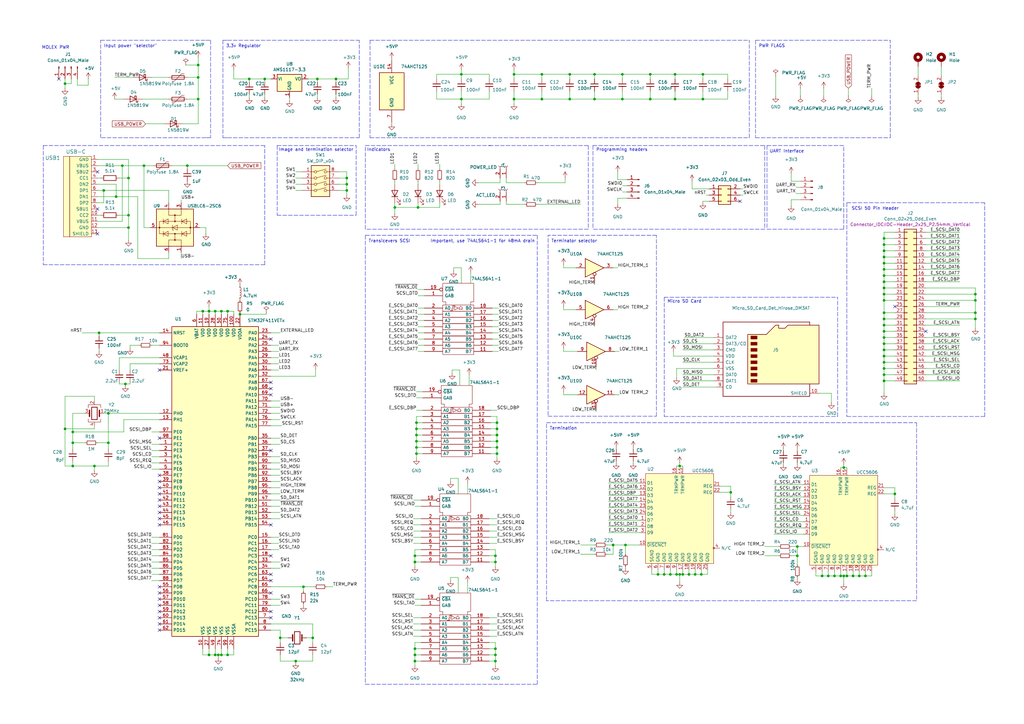
<source format=kicad_sch>
(kicad_sch (version 20211123) (generator eeschema)

  (uuid c4d97e29-4300-4520-9366-edbdee93f48a)

  (paper "A3")

  (title_block
    (title "BlackSASI")
    (date "2022-03-20")
    (rev "1.00")
    (company "SweProj.com")
  )

  

  (junction (at 243.84 40.64) (diameter 0) (color 0 0 0 0)
    (uuid 001f7033-df35-4373-8892-f5fe288a577b)
  )
  (junction (at 256.54 223.52) (diameter 0) (color 0 0 0 0)
    (uuid 00e1b5df-fa73-41ee-9f86-36bcd930675a)
  )
  (junction (at 170.18 271.145) (diameter 0) (color 0 0 0 0)
    (uuid 03e94c59-5042-4399-ab30-7231129af02e)
  )
  (junction (at 50.165 67.945) (diameter 0) (color 0 0 0 0)
    (uuid 187feb91-784a-4b10-9988-0312cb47e7cb)
  )
  (junction (at 40.64 136.525) (diameter 0) (color 0 0 0 0)
    (uuid 19e6b6fe-d437-445e-b92f-996aa4197b3f)
  )
  (junction (at 400.05 128.27) (diameter 0) (color 0 0 0 0)
    (uuid 1b5d7dc9-5cfd-464e-b180-00317aa95f69)
  )
  (junction (at 203.835 180.975) (diameter 0) (color 0 0 0 0)
    (uuid 1c4844f2-ca26-4b6a-acce-3d1920bb0e72)
  )
  (junction (at 362.585 100.33) (diameter 0) (color 0 0 0 0)
    (uuid 1c69dee1-ed36-4504-987d-9fd81232ae4b)
  )
  (junction (at 38.735 191.135) (diameter 0) (color 0 0 0 0)
    (uuid 20eba151-a9b0-47d5-b959-86ab23c14c41)
  )
  (junction (at 362.585 148.59) (diameter 0) (color 0 0 0 0)
    (uuid 2d0de9fb-d263-40a3-a4b8-534699f8dc00)
  )
  (junction (at 170.18 268.605) (diameter 0) (color 0 0 0 0)
    (uuid 2d969b0a-6800-41e3-9f8e-e411603c9b39)
  )
  (junction (at 278.765 235.585) (diameter 0) (color 0 0 0 0)
    (uuid 2da975d4-e343-4a15-b306-b792e8ef0bc5)
  )
  (junction (at 400.05 123.19) (diameter 0) (color 0 0 0 0)
    (uuid 2e56912e-16d0-4e5f-87ba-0f703dfaa920)
  )
  (junction (at 288.29 30.48) (diameter 0) (color 0 0 0 0)
    (uuid 2e5858a1-1c8b-439c-a8bf-7337dab74d4c)
  )
  (junction (at 83.185 127.635) (diameter 0) (color 0 0 0 0)
    (uuid 2f8e7466-929f-4db2-a6d9-9b9bcfa49a4b)
  )
  (junction (at 203.835 178.435) (diameter 0) (color 0 0 0 0)
    (uuid 308a1136-f747-4aba-95ac-176109f144ad)
  )
  (junction (at 362.585 135.89) (diameter 0) (color 0 0 0 0)
    (uuid 31545c31-1411-4502-a4bd-72118e527e5d)
  )
  (junction (at 26.67 34.29) (diameter 0) (color 0 0 0 0)
    (uuid 32c6b611-a1f1-4ef6-b715-dc84841a662e)
  )
  (junction (at 88.265 268.605) (diameter 0) (color 0 0 0 0)
    (uuid 3548ff4d-f8a5-4204-9fb0-d451a98bab1f)
  )
  (junction (at 362.585 133.35) (diameter 0) (color 0 0 0 0)
    (uuid 36e8430f-296c-401d-840d-d587ff561db5)
  )
  (junction (at 362.585 128.27) (diameter 0) (color 0 0 0 0)
    (uuid 38d9d508-28f7-4f62-a362-c4d1b141a768)
  )
  (junction (at 114.935 261.62) (diameter 0) (color 0 0 0 0)
    (uuid 3bf04610-7106-46c5-a128-70d07dd26e16)
  )
  (junction (at 362.585 151.13) (diameter 0) (color 0 0 0 0)
    (uuid 3e5d48f5-435e-42d1-ab23-e56f92a77133)
  )
  (junction (at 222.25 40.64) (diameter 0) (color 0 0 0 0)
    (uuid 40853290-56f0-4511-9992-f63a853aece2)
  )
  (junction (at 255.27 40.64) (diameter 0) (color 0 0 0 0)
    (uuid 409cba5a-1b66-4682-831c-d780a98ad593)
  )
  (junction (at 203.2 230.505) (diameter 0) (color 0 0 0 0)
    (uuid 42c167fb-869d-48dd-b05f-b577934378a4)
  )
  (junction (at 354.965 236.22) (diameter 0) (color 0 0 0 0)
    (uuid 44ff3cc5-6fd5-4ae2-b093-8209d0992af8)
  )
  (junction (at 362.585 143.51) (diameter 0) (color 0 0 0 0)
    (uuid 45708189-6cf6-4828-a1a1-fe879b822edb)
  )
  (junction (at 161.925 85.09) (diameter 0) (color 0 0 0 0)
    (uuid 477d7677-9d1e-4a5b-8190-a872bb7fdf4f)
  )
  (junction (at 342.265 236.22) (diameter 0) (color 0 0 0 0)
    (uuid 47ecdfbb-3190-4908-a143-6fd72a71136a)
  )
  (junction (at 233.68 30.48) (diameter 0) (color 0 0 0 0)
    (uuid 4fb208b4-38ed-4b49-b658-e5e79ff8124c)
  )
  (junction (at 170.815 183.515) (diameter 0) (color 0 0 0 0)
    (uuid 52ceff6b-623f-4549-b5ee-93e84cd99982)
  )
  (junction (at 278.765 191.135) (diameter 0) (color 0 0 0 0)
    (uuid 53570ddf-5ce6-4769-b8ec-534b730d8447)
  )
  (junction (at 347.345 236.22) (diameter 0) (color 0 0 0 0)
    (uuid 55c467d0-300f-4b0a-8508-ef948cd2b9ae)
  )
  (junction (at 362.585 123.19) (diameter 0) (color 0 0 0 0)
    (uuid 5639c275-fdd6-456c-b900-9ae20aa01a2c)
  )
  (junction (at 203.2 266.065) (diameter 0) (color 0 0 0 0)
    (uuid 566774ee-88e3-4a6f-8b35-70a904dbb055)
  )
  (junction (at 170.18 227.965) (diameter 0) (color 0 0 0 0)
    (uuid 5a1ac72e-c554-49ef-90cb-127e03620b7b)
  )
  (junction (at 44.45 169.545) (diameter 0) (color 0 0 0 0)
    (uuid 5d108873-1f71-4242-afd4-2ca74761375d)
  )
  (junction (at 52.705 73.025) (diameter 0) (color 0 0 0 0)
    (uuid 5dcae560-31e9-42b5-a382-de7f205c5e73)
  )
  (junction (at 243.84 30.48) (diameter 0) (color 0 0 0 0)
    (uuid 5ed6ec94-a7d8-4815-b83a-48b981f3fad4)
  )
  (junction (at 29.845 177.165) (diameter 0) (color 0 0 0 0)
    (uuid 6095e6c3-33af-45b7-8c60-a9823a4fc171)
  )
  (junction (at 130.175 32.385) (diameter 0) (color 0 0 0 0)
    (uuid 61f500ac-4797-4177-8b2e-a54a84120620)
  )
  (junction (at 44.45 181.61) (diameter 0) (color 0 0 0 0)
    (uuid 685c0694-c48c-409f-b9e1-da2e29cb1d94)
  )
  (junction (at 327.025 227.965) (diameter 0) (color 0 0 0 0)
    (uuid 6a5c5248-043e-40e2-9f4b-4e962e41e0dd)
  )
  (junction (at 52.705 93.345) (diameter 0) (color 0 0 0 0)
    (uuid 6affca1b-7214-425b-8e68-3f73d95908fc)
  )
  (junction (at 400.05 120.65) (diameter 0) (color 0 0 0 0)
    (uuid 6dc5c987-e66b-420e-8b13-a723c76a94b2)
  )
  (junction (at 85.725 127.635) (diameter 0) (color 0 0 0 0)
    (uuid 6dd42b34-ed05-4bd4-950a-05c7eefc567f)
  )
  (junction (at 362.585 146.05) (diameter 0) (color 0 0 0 0)
    (uuid 720717f4-339a-4150-b330-09fd40bb07fc)
  )
  (junction (at 108.585 32.385) (diameter 0) (color 0 0 0 0)
    (uuid 7257f7a3-8ece-4e27-a43c-b850f979b198)
  )
  (junction (at 255.27 30.48) (diameter 0) (color 0 0 0 0)
    (uuid 7300131c-ba3e-45bb-9aee-7ea5e6e38c74)
  )
  (junction (at 327.025 224.155) (diameter 0) (color 0 0 0 0)
    (uuid 76541732-d722-4f3b-8d25-a0fc2c05203f)
  )
  (junction (at 362.585 113.03) (diameter 0) (color 0 0 0 0)
    (uuid 76a8edde-eadd-410b-aeb4-7991cba5a237)
  )
  (junction (at 299.72 201.93) (diameter 0) (color 0 0 0 0)
    (uuid 76fa555d-328d-459a-a37a-951d50f91cdb)
  )
  (junction (at 346.075 191.77) (diameter 0) (color 0 0 0 0)
    (uuid 77807873-8299-4424-afd6-5ef0b37cb335)
  )
  (junction (at 203.835 175.895) (diameter 0) (color 0 0 0 0)
    (uuid 7796c738-9ffd-4552-b67d-92c4affa2dde)
  )
  (junction (at 189.23 40.64) (diameter 0) (color 0 0 0 0)
    (uuid 783bf3c5-f812-4647-bd92-bb58af54ab52)
  )
  (junction (at 203.2 271.145) (diameter 0) (color 0 0 0 0)
    (uuid 79f66b80-628c-4a8e-8d7c-a923b866cdc7)
  )
  (junction (at 203.835 186.055) (diameter 0) (color 0 0 0 0)
    (uuid 7a42237b-a99f-460e-b663-9f6b4afedf90)
  )
  (junction (at 88.265 127.635) (diameter 0) (color 0 0 0 0)
    (uuid 7cc0e3fe-7a5e-497a-80ea-fcb86e6d12e2)
  )
  (junction (at 269.875 235.585) (diameter 0) (color 0 0 0 0)
    (uuid 80747ba7-af56-4bf3-be02-816ec45776f7)
  )
  (junction (at 189.23 30.48) (diameter 0) (color 0 0 0 0)
    (uuid 81fa19ab-01af-43e7-9ba0-2b5dc6cc058b)
  )
  (junction (at 274.955 235.585) (diameter 0) (color 0 0 0 0)
    (uuid 82989534-95a7-4706-b132-1e04606a8d8d)
  )
  (junction (at 362.585 115.57) (diameter 0) (color 0 0 0 0)
    (uuid 82b4abd0-6051-4ea0-a591-f949e19388d1)
  )
  (junction (at 85.725 268.605) (diameter 0) (color 0 0 0 0)
    (uuid 872d8c1c-5eba-4462-81a9-1d7a34a9eabe)
  )
  (junction (at 282.575 235.585) (diameter 0) (color 0 0 0 0)
    (uuid 883c6da6-7640-4314-ac13-5d9d3f25a282)
  )
  (junction (at 362.585 138.43) (diameter 0) (color 0 0 0 0)
    (uuid 886cdf94-08ba-4e1f-8da0-d95b9f653a8b)
  )
  (junction (at 362.585 140.97) (diameter 0) (color 0 0 0 0)
    (uuid 8987f8b8-e9a9-4cde-8fe5-e3fab146b2a6)
  )
  (junction (at 203.2 227.965) (diameter 0) (color 0 0 0 0)
    (uuid 8f399f50-80e4-4de8-a083-f04a1de7a253)
  )
  (junction (at 362.585 156.21) (diameter 0) (color 0 0 0 0)
    (uuid 8fc84969-be80-474c-a0d4-707c4c0cc724)
  )
  (junction (at 170.815 178.435) (diameter 0) (color 0 0 0 0)
    (uuid 93140cc1-f8ed-44ae-80ac-85241b3056df)
  )
  (junction (at 203.835 173.355) (diameter 0) (color 0 0 0 0)
    (uuid 9320d367-a283-4bce-8ba2-4391ad23aee7)
  )
  (junction (at 90.805 127.635) (diameter 0) (color 0 0 0 0)
    (uuid 949a8cd3-b170-41cd-9cc9-981f7a74a1d7)
  )
  (junction (at 367.03 202.565) (diameter 0) (color 0 0 0 0)
    (uuid 95a65168-9b0e-449f-b805-e3f225b938f0)
  )
  (junction (at 170.815 180.975) (diameter 0) (color 0 0 0 0)
    (uuid 9827434f-26a1-4aae-b779-e35915e6cb26)
  )
  (junction (at 124.46 240.665) (diameter 0) (color 0 0 0 0)
    (uuid 9832eb3e-8666-42b0-969a-0e76174e1989)
  )
  (junction (at 251.46 223.52) (diameter 0) (color 0 0 0 0)
    (uuid 98384c9f-d77c-4eb3-a7cf-f76e356a62d1)
  )
  (junction (at 277.495 235.585) (diameter 0) (color 0 0 0 0)
    (uuid 9ae2b1c7-d458-4066-b406-094eaf23b2ba)
  )
  (junction (at 362.585 105.41) (diameter 0) (color 0 0 0 0)
    (uuid 9f9bd548-777a-406d-8c65-9efee286b26c)
  )
  (junction (at 362.585 118.11) (diameter 0) (color 0 0 0 0)
    (uuid a0975632-1b21-4b38-81f8-f1f2680f6fed)
  )
  (junction (at 89.535 268.605) (diameter 0) (color 0 0 0 0)
    (uuid a8d71f45-0110-4b7a-b05e-0e16aadcabe6)
  )
  (junction (at 171.45 85.09) (diameter 0) (color 0 0 0 0)
    (uuid abe8d828-e71c-46db-8605-768c57f8434f)
  )
  (junction (at 170.815 175.895) (diameter 0) (color 0 0 0 0)
    (uuid af5a5ea0-12bc-45c6-964a-cd8d4200a9ca)
  )
  (junction (at 52.705 88.265) (diameter 0) (color 0 0 0 0)
    (uuid af68c406-ceec-4ea4-812b-5cfaaffe59c6)
  )
  (junction (at 222.25 30.48) (diameter 0) (color 0 0 0 0)
    (uuid b2521a1c-58d0-42a0-be5f-34984a560bd8)
  )
  (junction (at 400.05 130.81) (diameter 0) (color 0 0 0 0)
    (uuid b278c6f4-5009-48d4-af08-74b28d07711f)
  )
  (junction (at 346.075 236.22) (diameter 0) (color 0 0 0 0)
    (uuid b46b45e2-2ffd-479d-833b-0014719ddddb)
  )
  (junction (at 98.425 128.905) (diameter 0) (color 0 0 0 0)
    (uuid b470a752-9dc2-4e2c-9892-c498aa40f59a)
  )
  (junction (at 42.545 78.105) (diameter 0) (color 0 0 0 0)
    (uuid b5921d30-5395-47c8-b627-9dfb0b5627e3)
  )
  (junction (at 362.585 153.67) (diameter 0) (color 0 0 0 0)
    (uuid b74e1229-693d-4376-98c6-46772cb16ac8)
  )
  (junction (at 362.585 110.49) (diameter 0) (color 0 0 0 0)
    (uuid b7d6fe90-98b9-4699-8c47-5d01b930d65a)
  )
  (junction (at 362.585 107.95) (diameter 0) (color 0 0 0 0)
    (uuid b7eb0e3a-bbfc-4294-8595-dde8ca6c0ca7)
  )
  (junction (at 344.805 236.22) (diameter 0) (color 0 0 0 0)
    (uuid b8ba7538-0161-4a13-9463-3fb7fd930071)
  )
  (junction (at 210.82 30.48) (diameter 0) (color 0 0 0 0)
    (uuid b928da43-5e3b-4e65-815c-70d433e56206)
  )
  (junction (at 170.18 230.505) (diameter 0) (color 0 0 0 0)
    (uuid bafaf2e8-96b9-41c0-bed7-5111cec0d59f)
  )
  (junction (at 142.24 75.565) (diameter 0) (color 0 0 0 0)
    (uuid bbb96b4d-2a93-4d46-8ecc-3ac6ccbd5148)
  )
  (junction (at 137.795 32.385) (diameter 0) (color 0 0 0 0)
    (uuid bc3c9b71-1bb4-4105-bfd1-8a24188957d5)
  )
  (junction (at 276.86 30.48) (diameter 0) (color 0 0 0 0)
    (uuid be02b28d-7f7d-4178-8ba2-ba5bdc81e5dc)
  )
  (junction (at 233.68 40.64) (diameter 0) (color 0 0 0 0)
    (uuid be3b6551-80db-4baf-9fa3-8b231e1eef52)
  )
  (junction (at 90.805 268.605) (diameter 0) (color 0 0 0 0)
    (uuid bf2be611-c3fa-4e3b-ad38-8a93bdc82023)
  )
  (junction (at 170.815 173.355) (diameter 0) (color 0 0 0 0)
    (uuid c2755ea2-6ca6-485a-bcfc-f0e3f079e5f7)
  )
  (junction (at 362.585 130.81) (diameter 0) (color 0 0 0 0)
    (uuid c2d7b71c-39f0-4beb-9225-8f0b5672e878)
  )
  (junction (at 81.28 40.64) (diameter 0) (color 0 0 0 0)
    (uuid c5282137-515e-4266-84de-39add2ddec0e)
  )
  (junction (at 362.585 102.87) (diameter 0) (color 0 0 0 0)
    (uuid c5390552-39ea-4a79-8d9a-cd6028d15183)
  )
  (junction (at 29.845 191.135) (diameter 0) (color 0 0 0 0)
    (uuid c6468651-dd30-4e9f-8cfe-44958b9b778c)
  )
  (junction (at 349.885 236.22) (diameter 0) (color 0 0 0 0)
    (uuid c74adcf2-e6d8-4d58-9270-da508bcce569)
  )
  (junction (at 272.415 235.585) (diameter 0) (color 0 0 0 0)
    (uuid d137c24a-659b-47e6-afb0-939c3e934de4)
  )
  (junction (at 170.815 186.055) (diameter 0) (color 0 0 0 0)
    (uuid d50f0759-e6e2-4af9-ae68-718305af4c72)
  )
  (junction (at 362.585 120.65) (diameter 0) (color 0 0 0 0)
    (uuid d5a92d89-aa92-4096-a176-707b299f359c)
  )
  (junction (at 26.67 175.895) (diameter 0) (color 0 0 0 0)
    (uuid d6371195-a98c-4851-98f2-131ee8feffde)
  )
  (junction (at 210.82 40.64) (diameter 0) (color 0 0 0 0)
    (uuid da6316c0-e699-4e23-b0e4-b1d5eba3a4e2)
  )
  (junction (at 203.835 183.515) (diameter 0) (color 0 0 0 0)
    (uuid db8bec98-e454-459b-bf3b-aa9c2b706999)
  )
  (junction (at 339.725 236.22) (diameter 0) (color 0 0 0 0)
    (uuid dc2ca78e-43c1-4511-9ca9-52382244f319)
  )
  (junction (at 352.425 236.22) (diameter 0) (color 0 0 0 0)
    (uuid dc7f3e1f-74f6-42fd-9aae-31b76536bf41)
  )
  (junction (at 337.185 236.22) (diameter 0) (color 0 0 0 0)
    (uuid dd1a0c60-7f5f-4f67-a445-52f3400aee38)
  )
  (junction (at 47.625 80.645) (diameter 0) (color 0 0 0 0)
    (uuid ddce59da-a6c2-42cd-95c6-6052c7a421dc)
  )
  (junction (at 29.845 181.61) (diameter 0) (color 0 0 0 0)
    (uuid de60ff0e-71ab-4d6b-a0b2-5e0037edff59)
  )
  (junction (at 102.235 32.385) (diameter 0) (color 0 0 0 0)
    (uuid de74d78d-f7bb-4720-9397-f8948e2f5bd7)
  )
  (junction (at 276.86 40.64) (diameter 0) (color 0 0 0 0)
    (uuid dfc49f43-995a-407e-a46d-fbec24f61e8d)
  )
  (junction (at 76.835 67.945) (diameter 0) (color 0 0 0 0)
    (uuid e07d866e-06c2-4e8b-8de1-f7d61b91b336)
  )
  (junction (at 51.435 157.48) (diameter 0) (color 0 0 0 0)
    (uuid e18270aa-8d4b-43f6-8f7f-0ea1ffdcd0ac)
  )
  (junction (at 59.055 67.945) (diameter 0) (color 0 0 0 0)
    (uuid e5e87b25-f171-4256-9eb7-c35f51c8b665)
  )
  (junction (at 121.285 271.145) (diameter 0) (color 0 0 0 0)
    (uuid e759a7fe-da07-4c9a-ab45-c05b98f6bd19)
  )
  (junction (at 288.29 40.64) (diameter 0) (color 0 0 0 0)
    (uuid e8ba5849-749d-4e0a-968c-fd80f9b36113)
  )
  (junction (at 142.24 73.025) (diameter 0) (color 0 0 0 0)
    (uuid ebaf0258-8844-46c1-b9fa-e2bdc09ba718)
  )
  (junction (at 142.24 78.105) (diameter 0) (color 0 0 0 0)
    (uuid ee7ac5bf-e3f9-438b-a11e-7e33a9325406)
  )
  (junction (at 81.28 26.67) (diameter 0) (color 0 0 0 0)
    (uuid f0660155-3837-4c65-ae15-6eb7a56dae44)
  )
  (junction (at 93.345 268.605) (diameter 0) (color 0 0 0 0)
    (uuid f507d3d0-7b83-4dcf-bbd6-1eafa1641982)
  )
  (junction (at 93.345 127.635) (diameter 0) (color 0 0 0 0)
    (uuid f70e3f3f-dfc5-4fa0-b7dc-90a4bee7b70d)
  )
  (junction (at 266.7 40.64) (diameter 0) (color 0 0 0 0)
    (uuid f76c8050-2707-476f-b36e-6a0cd6119e1c)
  )
  (junction (at 266.7 30.48) (diameter 0) (color 0 0 0 0)
    (uuid f7fa3149-429f-4628-a90d-d54d4e1cdd50)
  )
  (junction (at 170.18 266.065) (diameter 0) (color 0 0 0 0)
    (uuid f856a9ed-06f6-406c-a051-6a6dc5fd3706)
  )
  (junction (at 362.585 97.79) (diameter 0) (color 0 0 0 0)
    (uuid f94d7499-7294-47e8-9a6e-afebf2e0d1a1)
  )
  (junction (at 81.28 31.75) (diameter 0) (color 0 0 0 0)
    (uuid fb348661-8622-4f74-b5c5-e07db16a2735)
  )
  (junction (at 287.655 235.585) (diameter 0) (color 0 0 0 0)
    (uuid fc8d5d90-a72d-4cf6-9b25-dc3096aefc32)
  )
  (junction (at 280.035 235.585) (diameter 0) (color 0 0 0 0)
    (uuid fcee0107-d1b5-4cef-805c-cbbeb367fedd)
  )
  (junction (at 128.27 261.62) (diameter 0) (color 0 0 0 0)
    (uuid fd50ec7e-592f-4ebf-96df-67edd5fc448b)
  )
  (junction (at 203.2 268.605) (diameter 0) (color 0 0 0 0)
    (uuid fd8619d7-bc15-47ac-aa39-1afd18fa21d9)
  )
  (junction (at 285.115 235.585) (diameter 0) (color 0 0 0 0)
    (uuid fe40b140-71be-4894-a6e3-2e3333f7a818)
  )

  (no_connect (at 111.125 253.365) (uuid 08a02abf-06df-42af-aa34-ba13d2dea005))
  (no_connect (at 111.125 238.125) (uuid 0a43c551-dbfe-43ff-a241-076a8ca91cef))
  (no_connect (at 111.125 227.965) (uuid 0a62cbae-1c9f-48cd-8d93-d9df88b13243))
  (no_connect (at 65.405 253.365) (uuid 0e546bcc-9681-4691-9c72-4496bc622d67))
  (no_connect (at 303.53 82.55) (uuid 0ff232e9-6aba-4c6d-a5f6-0b3d26257d35))
  (no_connect (at 111.125 139.065) (uuid 16865b94-78db-4460-9c8c-9d16fa36decd))
  (no_connect (at 65.405 151.765) (uuid 1dc37920-78ce-42dc-b8b2-d3c90b811d84))
  (no_connect (at 65.405 205.105) (uuid 2bfc3999-ae73-47fc-aff0-72f4d50d19e8))
  (no_connect (at 65.405 255.905) (uuid 422ce139-0e0e-40b1-b064-2ca2d20ff386))
  (no_connect (at 65.405 250.825) (uuid 5e102930-72dd-435b-a54c-86fb25971139))
  (no_connect (at 111.125 215.265) (uuid 62fa40df-6d7a-4e42-865c-d096f7c82f70))
  (no_connect (at 65.405 194.945) (uuid 6d5f86fa-3f67-4c51-9cb1-d497c3f206cb))
  (no_connect (at 111.125 250.825) (uuid 6d9f6563-b395-49b4-90ea-ded5f84aeba3))
  (no_connect (at 65.405 215.265) (uuid 6e3a2635-1003-4575-bf5e-8caf80c668c0))
  (no_connect (at 40.005 70.485) (uuid 79ef4bc5-551e-4449-8656-30000c51237b))
  (no_connect (at 111.125 235.585) (uuid 7dbb3959-ac86-4aa8-b7c5-c52b9d14f614))
  (no_connect (at 379.73 135.89) (uuid 8587fdad-ef15-4da2-87f0-0ca0c2a896d7))
  (no_connect (at 65.405 200.025) (uuid 86f8149d-10e3-4723-98b8-5f7829f6b611))
  (no_connect (at 65.405 197.485) (uuid 987647d8-d104-4d42-a0af-8c44a350066c))
  (no_connect (at 65.405 245.745) (uuid 992557e4-e8ca-4faf-89e3-c4933f7e724b))
  (no_connect (at 65.405 243.205) (uuid 9ce49419-e81b-4a32-b834-cf7946d715b0))
  (no_connect (at 111.125 184.785) (uuid a32010b5-ad76-441e-91c4-e41e9f21be41))
  (no_connect (at 65.405 248.285) (uuid ac8c8244-b4ca-45d6-96c4-38d707f1b6fc))
  (no_connect (at 111.125 159.385) (uuid b2c1399b-afc9-4226-975a-d8ebf5e268a3))
  (no_connect (at 65.405 258.445) (uuid b35e5c7e-3a34-4064-bf81-a931bdbda3ad))
  (no_connect (at 65.405 240.665) (uuid b5ac0698-46e2-4ffb-be1a-f90484253072))
  (no_connect (at 111.125 161.925) (uuid bedd5cce-9524-40aa-b156-aa5a5a468593))
  (no_connect (at 40.005 95.885) (uuid bfdc7b86-ec99-40af-b64f-9e678ee1ad49))
  (no_connect (at 65.405 202.565) (uuid cd81ab56-7d10-484d-ab07-8a09229721ab))
  (no_connect (at 40.005 85.725) (uuid d1f49220-ee68-4d6c-8e05-d5dcdde26e38))
  (no_connect (at 65.405 207.645) (uuid d9c5c2a6-a368-4964-9f44-eee473480b9f))
  (no_connect (at 367.03 125.73) (uuid da8ee858-3d50-4ee8-899b-82c917ea595a))
  (no_connect (at 111.125 243.205) (uuid df1134fa-0aa3-4fac-b9f2-0ba10742eb6f))
  (no_connect (at 111.125 156.845) (uuid dfbed67f-c313-4cd4-a732-63f6aa9bbfff))
  (no_connect (at 65.405 210.185) (uuid e0ddde18-63e4-4b29-b598-2031eabae133))
  (no_connect (at 65.405 212.725) (uuid ebb117fc-7e72-48fb-bc46-e141a27228fa))
  (no_connect (at 24.13 32.385) (uuid ec9fb9d6-f906-48e6-887e-78edb3140908))
  (no_connect (at 65.405 179.705) (uuid f356a60e-7a8d-4e45-a402-0850260ff0ee))

  (wire (pts (xy 179.07 30.48) (xy 179.07 32.385))
    (stroke (width 0) (type default) (color 0 0 0 0))
    (uuid 00e2af4c-6709-4814-9145-95f68d8adb52)
  )
  (wire (pts (xy 362.585 105.41) (xy 367.03 105.41))
    (stroke (width 0) (type default) (color 0 0 0 0))
    (uuid 017653c0-bf30-4619-99dc-ad384eeb6a59)
  )
  (wire (pts (xy 233.68 30.48) (xy 233.68 32.385))
    (stroke (width 0) (type default) (color 0 0 0 0))
    (uuid 018e76a5-2210-4e35-823f-18adc23432df)
  )
  (wire (pts (xy 267.335 233.68) (xy 267.335 235.585))
    (stroke (width 0) (type default) (color 0 0 0 0))
    (uuid 01f7c357-ae1d-491b-9879-e29c71a3436f)
  )
  (wire (pts (xy 362.585 146.05) (xy 362.585 148.59))
    (stroke (width 0) (type default) (color 0 0 0 0))
    (uuid 02372aac-f316-4ef1-9197-7eea48c6d465)
  )
  (wire (pts (xy 111.125 220.345) (xy 114.3 220.345))
    (stroke (width 0) (type default) (color 0 0 0 0))
    (uuid 02ceac0d-3e9e-416e-a05c-6cdef38dfa23)
  )
  (polyline (pts (xy 224.155 246.38) (xy 224.155 173.355))
    (stroke (width 0) (type default) (color 0 0 0 0))
    (uuid 02d24662-781b-4552-b6fa-f43b24b94702)
  )

  (wire (pts (xy 362.585 102.87) (xy 362.585 105.41))
    (stroke (width 0) (type default) (color 0 0 0 0))
    (uuid 03a6e710-e978-4cd1-8bad-d74c0acbe0ba)
  )
  (wire (pts (xy 53.34 142.875) (xy 53.34 141.605))
    (stroke (width 0) (type default) (color 0 0 0 0))
    (uuid 03d3d650-4f6a-4100-be49-7b3e4ecd19d6)
  )
  (wire (pts (xy 89.535 268.605) (xy 90.805 268.605))
    (stroke (width 0) (type default) (color 0 0 0 0))
    (uuid 04030806-f1e1-4149-ad4f-95873c6a667e)
  )
  (wire (pts (xy 362.585 146.05) (xy 367.03 146.05))
    (stroke (width 0) (type default) (color 0 0 0 0))
    (uuid 0415dd77-d192-4b0c-acf7-68821ac4a3ef)
  )
  (wire (pts (xy 44.45 189.23) (xy 44.45 191.135))
    (stroke (width 0) (type default) (color 0 0 0 0))
    (uuid 04dab952-2201-457e-8937-b2ce027e0d16)
  )
  (wire (pts (xy 249.555 215.9) (xy 262.255 215.9))
    (stroke (width 0) (type default) (color 0 0 0 0))
    (uuid 04f3d18e-1693-4d01-a603-2f91c3f117ae)
  )
  (polyline (pts (xy 17.78 59.69) (xy 17.78 108.585))
    (stroke (width 0) (type default) (color 0 0 0 0))
    (uuid 05bbac58-7c7c-4730-b685-2c654788eea4)
  )

  (wire (pts (xy 128.27 271.145) (xy 128.27 268.605))
    (stroke (width 0) (type default) (color 0 0 0 0))
    (uuid 06082504-9577-44b1-9135-4a14f417ed63)
  )
  (wire (pts (xy 203.835 170.815) (xy 203.835 173.355))
    (stroke (width 0) (type default) (color 0 0 0 0))
    (uuid 062e487c-34fd-427d-b762-3e27013564dd)
  )
  (wire (pts (xy 249.555 198.12) (xy 262.255 198.12))
    (stroke (width 0) (type default) (color 0 0 0 0))
    (uuid 0643e8bb-397e-4cf2-9760-e466f8ed5e6f)
  )
  (wire (pts (xy 111.125 141.605) (xy 114.3 141.605))
    (stroke (width 0) (type default) (color 0 0 0 0))
    (uuid 06afcd14-9829-4976-9807-b8f8e2fd0bd6)
  )
  (wire (pts (xy 46.99 40.64) (xy 50.8 40.64))
    (stroke (width 0) (type default) (color 0 0 0 0))
    (uuid 080cf07c-3ae2-4839-88ac-7180e2d29ed4)
  )
  (polyline (pts (xy 86.36 16.51) (xy 86.36 56.515))
    (stroke (width 0) (type default) (color 0 0 0 0))
    (uuid 085afd9a-ec75-457b-be29-980c9da43d8d)
  )

  (wire (pts (xy 318.135 31.115) (xy 318.135 39.37))
    (stroke (width 0) (type default) (color 0 0 0 0))
    (uuid 087b6ac2-2316-4621-a1ff-69f14332fc4f)
  )
  (wire (pts (xy 52.705 65.405) (xy 52.705 73.025))
    (stroke (width 0) (type default) (color 0 0 0 0))
    (uuid 08a7d256-20bb-4f6a-97ee-f64eb7fa4677)
  )
  (wire (pts (xy 111.125 248.285) (xy 114.935 248.285))
    (stroke (width 0) (type default) (color 0 0 0 0))
    (uuid 09072105-8913-48c7-9adc-3996bfa91f69)
  )
  (wire (pts (xy 170.18 230.505) (xy 172.72 230.505))
    (stroke (width 0) (type default) (color 0 0 0 0))
    (uuid 092456b3-1805-430f-aedd-ea98e5a49285)
  )
  (wire (pts (xy 367.03 202.565) (xy 367.03 204.47))
    (stroke (width 0) (type default) (color 0 0 0 0))
    (uuid 093c1953-e17e-472e-b31d-18568b33569c)
  )
  (wire (pts (xy 65.405 225.425) (xy 62.23 225.425))
    (stroke (width 0) (type default) (color 0 0 0 0))
    (uuid 094da4f3-b6e5-41c9-a7d2-9270796c3003)
  )
  (wire (pts (xy 65.405 177.165) (xy 62.23 177.165))
    (stroke (width 0) (type default) (color 0 0 0 0))
    (uuid 098288de-513d-4718-875d-b2a2cd0fc903)
  )
  (wire (pts (xy 203.835 186.055) (xy 203.835 187.96))
    (stroke (width 0) (type default) (color 0 0 0 0))
    (uuid 09df4ef8-a32a-4aa5-bdb3-07858551254a)
  )
  (wire (pts (xy 244.475 168.275) (xy 244.475 168.91))
    (stroke (width 0) (type default) (color 0 0 0 0))
    (uuid 0a1ec4c8-d18d-4593-8c74-6f3423cf5a6d)
  )
  (wire (pts (xy 201.93 128.905) (xy 204.47 128.905))
    (stroke (width 0) (type default) (color 0 0 0 0))
    (uuid 0b161b11-5ceb-446f-91dc-36e19587dbcd)
  )
  (wire (pts (xy 170.18 207.645) (xy 172.72 207.645))
    (stroke (width 0) (type default) (color 0 0 0 0))
    (uuid 0ba08930-b3e6-429d-bfd6-fb77c9139c12)
  )
  (wire (pts (xy 111.125 194.945) (xy 114.935 194.945))
    (stroke (width 0) (type default) (color 0 0 0 0))
    (uuid 0bec1e8e-0e2c-4974-9ead-912fcf9fac98)
  )
  (wire (pts (xy 170.815 180.975) (xy 170.815 183.515))
    (stroke (width 0) (type default) (color 0 0 0 0))
    (uuid 0c2efa81-b310-4c00-b7fe-f9d5d8ff8059)
  )
  (wire (pts (xy 321.31 189.865) (xy 321.31 190.5))
    (stroke (width 0) (type default) (color 0 0 0 0))
    (uuid 0c49916e-5aab-4342-94ce-563438e7f35a)
  )
  (wire (pts (xy 362.585 95.25) (xy 367.03 95.25))
    (stroke (width 0) (type default) (color 0 0 0 0))
    (uuid 0d124c86-01ee-47c9-aa2b-f7b4d9ee87bc)
  )
  (wire (pts (xy 89.535 268.605) (xy 89.535 269.875))
    (stroke (width 0) (type default) (color 0 0 0 0))
    (uuid 0d2918f7-5efd-422b-9f71-cd33d4d1b4c4)
  )
  (wire (pts (xy 249.555 208.28) (xy 262.255 208.28))
    (stroke (width 0) (type default) (color 0 0 0 0))
    (uuid 0d5bb5d6-1333-4364-bb68-1db757da8683)
  )
  (polyline (pts (xy 108.585 108.585) (xy 108.585 59.69))
    (stroke (width 0) (type default) (color 0 0 0 0))
    (uuid 0e2c484b-f9f6-4445-a03d-80c2d8da4809)
  )

  (wire (pts (xy 344.805 236.22) (xy 346.075 236.22))
    (stroke (width 0) (type default) (color 0 0 0 0))
    (uuid 0ee74577-6ea5-4912-b4fa-40148e4d16c7)
  )
  (wire (pts (xy 56.515 106.045) (xy 69.215 106.045))
    (stroke (width 0) (type default) (color 0 0 0 0))
    (uuid 0f1d5ce3-51f7-4e6b-8863-03ed536b5833)
  )
  (wire (pts (xy 379.73 151.13) (xy 393.7 151.13))
    (stroke (width 0) (type default) (color 0 0 0 0))
    (uuid 0f726bd6-60c5-40ae-afa3-84d5e8133630)
  )
  (wire (pts (xy 111.125 172.085) (xy 114.935 172.085))
    (stroke (width 0) (type default) (color 0 0 0 0))
    (uuid 0fbae64c-5d5c-4a99-869f-fcf9ce2e489b)
  )
  (wire (pts (xy 201.295 180.975) (xy 203.835 180.975))
    (stroke (width 0) (type default) (color 0 0 0 0))
    (uuid 0fbd26ff-7cd5-4487-b2fe-d4fbfe7446f1)
  )
  (wire (pts (xy 42.545 78.105) (xy 69.215 78.105))
    (stroke (width 0) (type default) (color 0 0 0 0))
    (uuid 10be7ad7-7fc9-4142-8a8e-4c767c1a5bb0)
  )
  (wire (pts (xy 189.23 32.385) (xy 189.23 30.48))
    (stroke (width 0) (type default) (color 0 0 0 0))
    (uuid 10f303e1-c21a-4798-83a3-96e152e6d26f)
  )
  (polyline (pts (xy 224.79 96.52) (xy 224.79 97.155))
    (stroke (width 0) (type default) (color 0 0 0 0))
    (uuid 1129abe7-8de3-41ce-981e-0bd8f0f0e69c)
  )

  (wire (pts (xy 207.645 73.025) (xy 207.645 74.93))
    (stroke (width 0) (type default) (color 0 0 0 0))
    (uuid 11667a9d-7359-4a68-8d27-e205b6e96d25)
  )
  (wire (pts (xy 327.025 236.855) (xy 327.025 237.49))
    (stroke (width 0) (type default) (color 0 0 0 0))
    (uuid 11eea4aa-ae56-422f-9067-7bcb973139ac)
  )
  (wire (pts (xy 200.66 263.525) (xy 203.2 263.525))
    (stroke (width 0) (type default) (color 0 0 0 0))
    (uuid 1282241b-7d3b-4a5d-ba21-4c86fecdbb49)
  )
  (wire (pts (xy 121.285 73.025) (xy 123.825 73.025))
    (stroke (width 0) (type default) (color 0 0 0 0))
    (uuid 13668d11-336b-4a12-8922-1936503865eb)
  )
  (wire (pts (xy 74.93 50.8) (xy 81.28 50.8))
    (stroke (width 0) (type default) (color 0 0 0 0))
    (uuid 13e081a2-551a-4b47-88e2-a2ec1ce3609a)
  )
  (wire (pts (xy 44.45 169.545) (xy 65.405 169.545))
    (stroke (width 0) (type default) (color 0 0 0 0))
    (uuid 13ef08a4-86c8-4018-9974-795594dfac8b)
  )
  (polyline (pts (xy 91.44 16.51) (xy 93.345 16.51))
    (stroke (width 0) (type default) (color 0 0 0 0))
    (uuid 14024c61-79e8-40dc-9057-37cc4ebba99b)
  )

  (wire (pts (xy 48.895 73.025) (xy 52.705 73.025))
    (stroke (width 0) (type default) (color 0 0 0 0))
    (uuid 148445d0-3d4d-4c4c-9398-bac7f2dbe40c)
  )
  (wire (pts (xy 42.545 169.545) (xy 44.45 169.545))
    (stroke (width 0) (type default) (color 0 0 0 0))
    (uuid 14d7bc38-eb2b-4a70-a925-e9cf44ff15e4)
  )
  (wire (pts (xy 29.845 181.61) (xy 34.925 181.61))
    (stroke (width 0) (type default) (color 0 0 0 0))
    (uuid 1501a31e-d351-40fc-9455-4b6209c268b3)
  )
  (wire (pts (xy 142.875 27.94) (xy 142.875 32.385))
    (stroke (width 0) (type default) (color 0 0 0 0))
    (uuid 15230a8d-f709-487e-a2d1-99716d454023)
  )
  (wire (pts (xy 362.585 118.11) (xy 362.585 120.65))
    (stroke (width 0) (type default) (color 0 0 0 0))
    (uuid 15e36333-29ed-4ab8-9be6-d3696d64f774)
  )
  (wire (pts (xy 200.66 255.905) (xy 203.835 255.905))
    (stroke (width 0) (type default) (color 0 0 0 0))
    (uuid 15e3bd5e-9f0a-42c6-9ee2-77dfb80b1628)
  )
  (wire (pts (xy 252.73 189.23) (xy 252.73 189.865))
    (stroke (width 0) (type default) (color 0 0 0 0))
    (uuid 15ea1587-e8cf-43b5-8d6f-e6992315b0cc)
  )
  (wire (pts (xy 48.895 88.265) (xy 52.705 88.265))
    (stroke (width 0) (type default) (color 0 0 0 0))
    (uuid 171bb268-4041-49aa-bb13-a6501a870eb0)
  )
  (polyline (pts (xy 17.78 108.585) (xy 108.585 108.585))
    (stroke (width 0) (type default) (color 0 0 0 0))
    (uuid 173a115b-4a32-4278-8ffe-79adea288bb3)
  )

  (wire (pts (xy 357.505 236.22) (xy 357.505 234.315))
    (stroke (width 0) (type default) (color 0 0 0 0))
    (uuid 173e372b-cdd5-43be-bad9-aedf8329ec07)
  )
  (wire (pts (xy 76.835 31.75) (xy 81.28 31.75))
    (stroke (width 0) (type default) (color 0 0 0 0))
    (uuid 179bafd4-9c60-41c5-8568-4bc61bce67e1)
  )
  (wire (pts (xy 50.8 172.085) (xy 50.8 177.165))
    (stroke (width 0) (type default) (color 0 0 0 0))
    (uuid 17cb3599-ffc9-4e81-8e64-aec1508999a5)
  )
  (polyline (pts (xy 313.69 59.69) (xy 313.69 93.98))
    (stroke (width 0) (type default) (color 0 0 0 0))
    (uuid 183d5d17-bbaa-41e8-a274-9433bf32a63c)
  )

  (wire (pts (xy 26.67 32.385) (xy 26.67 34.29))
    (stroke (width 0) (type default) (color 0 0 0 0))
    (uuid 1853557f-d870-4f73-bc70-e89fb0093629)
  )
  (wire (pts (xy 26.67 175.895) (xy 26.67 191.135))
    (stroke (width 0) (type default) (color 0 0 0 0))
    (uuid 1891a343-2c95-4c2a-b897-4ca130a4d929)
  )
  (wire (pts (xy 379.73 110.49) (xy 393.7 110.49))
    (stroke (width 0) (type default) (color 0 0 0 0))
    (uuid 1950b271-98e0-447a-b2e3-7b8ca89d2b4d)
  )
  (wire (pts (xy 201.93 136.525) (xy 204.47 136.525))
    (stroke (width 0) (type default) (color 0 0 0 0))
    (uuid 19885406-9410-44eb-8604-e128cc55bd5b)
  )
  (wire (pts (xy 335.915 161.29) (xy 340.995 161.29))
    (stroke (width 0) (type default) (color 0 0 0 0))
    (uuid 1a21fb5c-007e-4928-82ba-f3b23c2ba5ac)
  )
  (wire (pts (xy 283.845 77.47) (xy 290.83 77.47))
    (stroke (width 0) (type default) (color 0 0 0 0))
    (uuid 1b36856d-e82c-4ce3-8abd-9c24a6656ca5)
  )
  (wire (pts (xy 196.215 83.82) (xy 205.105 83.82))
    (stroke (width 0) (type default) (color 0 0 0 0))
    (uuid 1b7b8f74-1080-4186-a795-2b3151a5aead)
  )
  (wire (pts (xy 362.585 148.59) (xy 362.585 151.13))
    (stroke (width 0) (type default) (color 0 0 0 0))
    (uuid 1c2ea9fe-7994-4d54-8c25-e76362d5382e)
  )
  (wire (pts (xy 111.125 144.145) (xy 114.3 144.145))
    (stroke (width 0) (type default) (color 0 0 0 0))
    (uuid 1ce15c77-9268-4145-ab00-2e186578141b)
  )
  (wire (pts (xy 184.785 236.855) (xy 187.96 236.855))
    (stroke (width 0) (type default) (color 0 0 0 0))
    (uuid 1d1ad576-78b7-425f-8c7c-c37ed8dfae33)
  )
  (wire (pts (xy 47.625 75.565) (xy 47.625 80.645))
    (stroke (width 0) (type default) (color 0 0 0 0))
    (uuid 1d800193-8381-4a99-80f3-8ee3b46600a3)
  )
  (wire (pts (xy 255.27 76.2) (xy 257.175 76.2))
    (stroke (width 0) (type default) (color 0 0 0 0))
    (uuid 1e01dac7-81dc-469b-9775-21c240d8463a)
  )
  (wire (pts (xy 324.485 81.915) (xy 328.295 81.915))
    (stroke (width 0) (type default) (color 0 0 0 0))
    (uuid 1eaea42d-027a-41aa-b8c3-2be3c987f6fc)
  )
  (wire (pts (xy 81.28 23.495) (xy 81.28 26.67))
    (stroke (width 0) (type default) (color 0 0 0 0))
    (uuid 1ef92e9b-c657-4d5d-a786-74fb67e06a5c)
  )
  (wire (pts (xy 285.115 233.68) (xy 285.115 235.585))
    (stroke (width 0) (type default) (color 0 0 0 0))
    (uuid 1f63af88-695d-468f-a10c-bf4f495eed60)
  )
  (wire (pts (xy 40.64 136.525) (xy 40.64 137.795))
    (stroke (width 0) (type default) (color 0 0 0 0))
    (uuid 1f6937ba-1d4f-4c27-bbb2-eb5d945c6cb3)
  )
  (wire (pts (xy 53.34 157.48) (xy 53.34 156.845))
    (stroke (width 0) (type default) (color 0 0 0 0))
    (uuid 1fa6137c-aeda-464a-947d-f5062691ae2f)
  )
  (wire (pts (xy 252.73 183.515) (xy 252.73 184.15))
    (stroke (width 0) (type default) (color 0 0 0 0))
    (uuid 2027bef6-0e85-454e-9860-83d6fb4893b4)
  )
  (wire (pts (xy 282.575 235.585) (xy 285.115 235.585))
    (stroke (width 0) (type default) (color 0 0 0 0))
    (uuid 2033cee0-86b8-462b-8841-9d0948ff4e85)
  )
  (wire (pts (xy 255.27 37.465) (xy 255.27 40.64))
    (stroke (width 0) (type default) (color 0 0 0 0))
    (uuid 205c730f-e2a3-4fc9-a686-7c22414969ef)
  )
  (wire (pts (xy 292.735 151.13) (xy 277.495 151.13))
    (stroke (width 0) (type default) (color 0 0 0 0))
    (uuid 212e52b2-9c83-412d-94d8-a5194a1c19d5)
  )
  (wire (pts (xy 379.73 97.79) (xy 393.7 97.79))
    (stroke (width 0) (type default) (color 0 0 0 0))
    (uuid 2144419a-0661-4219-a18f-5821a6b3255c)
  )
  (wire (pts (xy 344.805 234.315) (xy 344.805 236.22))
    (stroke (width 0) (type default) (color 0 0 0 0))
    (uuid 215fa116-3d2e-47fd-b341-919e31aeac1d)
  )
  (polyline (pts (xy 151.765 16.51) (xy 307.34 16.51))
    (stroke (width 0) (type default) (color 0 0 0 0))
    (uuid 21b84837-1194-4250-8beb-b11e9bbeee1f)
  )

  (wire (pts (xy 161.925 67.31) (xy 161.925 69.215))
    (stroke (width 0) (type default) (color 0 0 0 0))
    (uuid 21f02a65-f544-4231-a70d-670812e23978)
  )
  (wire (pts (xy 251.46 223.52) (xy 251.46 227.33))
    (stroke (width 0) (type default) (color 0 0 0 0))
    (uuid 221f2c8d-6662-4d5b-84e0-3a0cfb155a13)
  )
  (polyline (pts (xy 149.86 280.67) (xy 220.345 280.67))
    (stroke (width 0) (type default) (color 0 0 0 0))
    (uuid 226ae8a2-2ef4-4695-9a88-38d4ec779979)
  )
  (polyline (pts (xy 146.05 88.265) (xy 146.05 59.69))
    (stroke (width 0) (type default) (color 0 0 0 0))
    (uuid 22923849-93fb-405d-88d0-0295d2307701)
  )

  (wire (pts (xy 255.27 30.48) (xy 266.7 30.48))
    (stroke (width 0) (type default) (color 0 0 0 0))
    (uuid 22baa68f-3f23-4839-b76c-411989b7f940)
  )
  (polyline (pts (xy 17.78 59.69) (xy 108.585 59.69))
    (stroke (width 0) (type default) (color 0 0 0 0))
    (uuid 22c58e14-e003-4cb8-8303-9703f1256aa0)
  )

  (wire (pts (xy 90.805 266.065) (xy 90.805 268.605))
    (stroke (width 0) (type default) (color 0 0 0 0))
    (uuid 22e1eb19-3641-45aa-8389-a4444d315e41)
  )
  (polyline (pts (xy 241.3 93.98) (xy 149.86 93.98))
    (stroke (width 0) (type default) (color 0 0 0 0))
    (uuid 22ee7e8a-680c-42b4-91bb-d295a7fa1d49)
  )

  (wire (pts (xy 200.66 225.425) (xy 203.2 225.425))
    (stroke (width 0) (type default) (color 0 0 0 0))
    (uuid 23142993-ad00-4bdd-96e7-740082bb12f1)
  )
  (wire (pts (xy 200.66 258.445) (xy 203.835 258.445))
    (stroke (width 0) (type default) (color 0 0 0 0))
    (uuid 233bb547-4fb0-4616-8d83-7fa9995ec070)
  )
  (wire (pts (xy 111.125 187.325) (xy 114.935 187.325))
    (stroke (width 0) (type default) (color 0 0 0 0))
    (uuid 23d6d507-4f00-456a-8a09-626ab3b1fe91)
  )
  (wire (pts (xy 85.725 127.635) (xy 85.725 128.905))
    (stroke (width 0) (type default) (color 0 0 0 0))
    (uuid 23f99c42-3b61-428a-8caf-1c72c9ac6097)
  )
  (wire (pts (xy 231.14 127) (xy 236.22 127))
    (stroke (width 0) (type default) (color 0 0 0 0))
    (uuid 2453a7d2-8d26-4267-a1f8-778b39064e41)
  )
  (wire (pts (xy 93.345 127.635) (xy 95.885 127.635))
    (stroke (width 0) (type default) (color 0 0 0 0))
    (uuid 24e62209-a3fc-47ea-a135-2144b4b301c6)
  )
  (polyline (pts (xy 151.765 16.51) (xy 151.765 56.515))
    (stroke (width 0) (type default) (color 0 0 0 0))
    (uuid 2534e1bc-8c94-4f0a-8465-3070496f47e2)
  )

  (wire (pts (xy 201.93 131.445) (xy 204.47 131.445))
    (stroke (width 0) (type default) (color 0 0 0 0))
    (uuid 256a901e-cac1-472f-9817-a945038af399)
  )
  (wire (pts (xy 169.545 260.985) (xy 172.72 260.985))
    (stroke (width 0) (type default) (color 0 0 0 0))
    (uuid 2593e065-9eb0-4560-a9e0-ec1a4b85b145)
  )
  (wire (pts (xy 222.25 30.48) (xy 222.25 32.385))
    (stroke (width 0) (type default) (color 0 0 0 0))
    (uuid 259d8959-8b40-4633-a765-b994a4e7158e)
  )
  (wire (pts (xy 40.005 65.405) (xy 52.705 65.405))
    (stroke (width 0) (type default) (color 0 0 0 0))
    (uuid 268c6d65-c0e0-47a4-901b-a81d0ea95c0c)
  )
  (wire (pts (xy 334.645 234.315) (xy 334.645 236.22))
    (stroke (width 0) (type default) (color 0 0 0 0))
    (uuid 26a552c5-5c1e-4995-add6-006802a8aee2)
  )
  (wire (pts (xy 98.425 116.84) (xy 98.425 117.475))
    (stroke (width 0) (type default) (color 0 0 0 0))
    (uuid 2728491e-5bfa-4174-8120-372c72191036)
  )
  (wire (pts (xy 83.185 266.065) (xy 83.185 268.605))
    (stroke (width 0) (type default) (color 0 0 0 0))
    (uuid 278e7511-871f-4473-90d7-f2b8bfedbc00)
  )
  (wire (pts (xy 189.23 40.64) (xy 189.23 42.545))
    (stroke (width 0) (type default) (color 0 0 0 0))
    (uuid 27d4373a-34d6-40e4-9dd6-06943182e2ec)
  )
  (wire (pts (xy 367.03 209.55) (xy 367.03 210.82))
    (stroke (width 0) (type default) (color 0 0 0 0))
    (uuid 2885583c-a13e-4f4e-bf09-e1753c9abfc3)
  )
  (wire (pts (xy 201.93 126.365) (xy 204.47 126.365))
    (stroke (width 0) (type default) (color 0 0 0 0))
    (uuid 28e376fd-e580-43ab-a255-ef7a20b46e2d)
  )
  (wire (pts (xy 170.815 173.355) (xy 170.815 175.895))
    (stroke (width 0) (type default) (color 0 0 0 0))
    (uuid 29780c51-81b4-441e-9066-3151f981455f)
  )
  (wire (pts (xy 253.365 70.485) (xy 253.365 73.66))
    (stroke (width 0) (type default) (color 0 0 0 0))
    (uuid 29def2e7-9e53-4c53-8689-a8567f20aa5b)
  )
  (wire (pts (xy 200.66 227.965) (xy 203.2 227.965))
    (stroke (width 0) (type default) (color 0 0 0 0))
    (uuid 2a23f38a-c87f-4db1-ba82-74af7b6b9d31)
  )
  (wire (pts (xy 205.105 74.93) (xy 205.105 73.025))
    (stroke (width 0) (type default) (color 0 0 0 0))
    (uuid 2a45869b-64cc-4a9c-a0f2-746141ff5500)
  )
  (wire (pts (xy 249.555 203.2) (xy 262.255 203.2))
    (stroke (width 0) (type default) (color 0 0 0 0))
    (uuid 2a4e3929-a07e-4377-ae5e-e48dbc6d0aca)
  )
  (wire (pts (xy 111.125 225.425) (xy 114.3 225.425))
    (stroke (width 0) (type default) (color 0 0 0 0))
    (uuid 2b7b9bdc-718b-4d3a-9593-833134efbcc0)
  )
  (wire (pts (xy 139.065 70.485) (xy 142.24 70.485))
    (stroke (width 0) (type default) (color 0 0 0 0))
    (uuid 2bdebe79-7ca7-41f6-b558-381ecb4089ac)
  )
  (wire (pts (xy 59.69 50.8) (xy 67.31 50.8))
    (stroke (width 0) (type default) (color 0 0 0 0))
    (uuid 2c5a05df-e5c6-4a6a-b380-1c843aeb8ead)
  )
  (wire (pts (xy 269.875 235.585) (xy 272.415 235.585))
    (stroke (width 0) (type default) (color 0 0 0 0))
    (uuid 2d060537-ea01-4bbc-99fb-2ec92377946b)
  )
  (wire (pts (xy 137.795 32.385) (xy 142.875 32.385))
    (stroke (width 0) (type default) (color 0 0 0 0))
    (uuid 2d242666-0bff-40a1-9b39-81e2b09bf680)
  )
  (wire (pts (xy 128.27 261.62) (xy 128.27 263.525))
    (stroke (width 0) (type default) (color 0 0 0 0))
    (uuid 2d5d6e96-efba-4521-ba94-50a00a196588)
  )
  (wire (pts (xy 88.265 266.065) (xy 88.265 268.605))
    (stroke (width 0) (type default) (color 0 0 0 0))
    (uuid 2d71d273-c7b5-4767-9855-2ccae03abe5a)
  )
  (wire (pts (xy 379.73 102.87) (xy 393.7 102.87))
    (stroke (width 0) (type default) (color 0 0 0 0))
    (uuid 2dbe99f5-baa6-4300-8456-3e3be7aa02d9)
  )
  (polyline (pts (xy 309.88 16.51) (xy 309.88 56.515))
    (stroke (width 0) (type default) (color 0 0 0 0))
    (uuid 2dc007f8-6d79-4fcf-b9b6-58570cdabb9a)
  )

  (wire (pts (xy 81.28 40.64) (xy 81.28 50.8))
    (stroke (width 0) (type default) (color 0 0 0 0))
    (uuid 2e7a13e0-b095-4ee8-a13f-2114bbccba96)
  )
  (wire (pts (xy 362.585 135.89) (xy 367.03 135.89))
    (stroke (width 0) (type default) (color 0 0 0 0))
    (uuid 2e8a33b4-b970-419a-8ba1-3263fd543106)
  )
  (wire (pts (xy 170.18 266.065) (xy 170.18 263.525))
    (stroke (width 0) (type default) (color 0 0 0 0))
    (uuid 2e8e8db1-897f-4e47-9634-a9869176a561)
  )
  (wire (pts (xy 379.73 128.27) (xy 400.05 128.27))
    (stroke (width 0) (type default) (color 0 0 0 0))
    (uuid 2f670324-aec0-491f-a8b2-53fe0726a16c)
  )
  (wire (pts (xy 65.405 184.785) (xy 62.23 184.785))
    (stroke (width 0) (type default) (color 0 0 0 0))
    (uuid 2f8cbda9-783c-42df-8b95-dfcbb5bb3868)
  )
  (wire (pts (xy 111.125 182.245) (xy 114.935 182.245))
    (stroke (width 0) (type default) (color 0 0 0 0))
    (uuid 30164fa7-d858-4c5c-99d9-24f55d08a73f)
  )
  (wire (pts (xy 38.735 162.56) (xy 38.735 164.465))
    (stroke (width 0) (type default) (color 0 0 0 0))
    (uuid 30352b87-6e24-4ba1-863a-86c77e4eb7db)
  )
  (wire (pts (xy 346.075 236.22) (xy 346.075 239.395))
    (stroke (width 0) (type default) (color 0 0 0 0))
    (uuid 3048c361-bc02-4f53-adf4-b5fc6a66fed8)
  )
  (wire (pts (xy 170.815 183.515) (xy 173.355 183.515))
    (stroke (width 0) (type default) (color 0 0 0 0))
    (uuid 30a558f8-5c13-48ae-a44f-148d8bdea6fb)
  )
  (polyline (pts (xy 309.88 16.51) (xy 365.125 16.51))
    (stroke (width 0) (type default) (color 0 0 0 0))
    (uuid 318cc37a-c31a-401e-8570-d2c55d89cdc7)
  )

  (wire (pts (xy 85.725 268.605) (xy 88.265 268.605))
    (stroke (width 0) (type default) (color 0 0 0 0))
    (uuid 31eb47e5-f1f2-4903-816e-97657445b3ac)
  )
  (wire (pts (xy 200.66 266.065) (xy 203.2 266.065))
    (stroke (width 0) (type default) (color 0 0 0 0))
    (uuid 322533db-6229-4f97-beb6-87c6aceb4e97)
  )
  (polyline (pts (xy 224.79 170.6816) (xy 269.24 170.6816))
    (stroke (width 0) (type default) (color 0 0 0 0))
    (uuid 3260f30c-1ad1-4e0b-ad50-51792b0195b1)
  )

  (wire (pts (xy 29.21 34.29) (xy 29.21 32.385))
    (stroke (width 0) (type default) (color 0 0 0 0))
    (uuid 32b86445-adde-4a81-bf9d-39e88f21bb24)
  )
  (wire (pts (xy 222.25 37.465) (xy 222.25 40.64))
    (stroke (width 0) (type default) (color 0 0 0 0))
    (uuid 32ee6b10-e8f5-40a8-b531-0a783c1056c7)
  )
  (wire (pts (xy 88.265 268.605) (xy 89.535 268.605))
    (stroke (width 0) (type default) (color 0 0 0 0))
    (uuid 3311882e-989c-41fe-b5e3-433293aa932c)
  )
  (wire (pts (xy 231.14 144.145) (xy 236.855 144.145))
    (stroke (width 0) (type default) (color 0 0 0 0))
    (uuid 333a5d77-e195-4284-a630-7760f1766417)
  )
  (wire (pts (xy 50.165 67.945) (xy 50.165 90.805))
    (stroke (width 0) (type default) (color 0 0 0 0))
    (uuid 33b8ef37-e87b-422a-98a0-e5c2a200938e)
  )
  (wire (pts (xy 29.845 189.23) (xy 29.845 191.135))
    (stroke (width 0) (type default) (color 0 0 0 0))
    (uuid 33c3a7d2-7493-4bab-b997-52149b7007d6)
  )
  (wire (pts (xy 111.125 222.885) (xy 114.3 222.885))
    (stroke (width 0) (type default) (color 0 0 0 0))
    (uuid 33f91f8f-9892-4e99-8d8f-4f26f762e2e8)
  )
  (wire (pts (xy 324.485 224.155) (xy 327.025 224.155))
    (stroke (width 0) (type default) (color 0 0 0 0))
    (uuid 34419e31-ae10-4071-b8ad-d52eb3f3cc4e)
  )
  (wire (pts (xy 111.125 197.485) (xy 114.935 197.485))
    (stroke (width 0) (type default) (color 0 0 0 0))
    (uuid 347d7925-04dc-48be-92a8-e4134575d264)
  )
  (wire (pts (xy 362.585 133.35) (xy 367.03 133.35))
    (stroke (width 0) (type default) (color 0 0 0 0))
    (uuid 35130e1b-0a4f-4ea7-9eaa-0d29c6794f5e)
  )
  (wire (pts (xy 171.45 139.065) (xy 173.99 139.065))
    (stroke (width 0) (type default) (color 0 0 0 0))
    (uuid 35320e78-cef9-43b9-b573-2a0b619f990a)
  )
  (wire (pts (xy 186.055 111.125) (xy 186.055 109.855))
    (stroke (width 0) (type default) (color 0 0 0 0))
    (uuid 36c9317e-fece-4188-b43c-b4b4eb91cc96)
  )
  (wire (pts (xy 210.82 30.48) (xy 222.25 30.48))
    (stroke (width 0) (type default) (color 0 0 0 0))
    (uuid 3712e9b3-8e2c-482f-bfd7-efc2882059cc)
  )
  (wire (pts (xy 170.815 170.815) (xy 170.815 173.355))
    (stroke (width 0) (type default) (color 0 0 0 0))
    (uuid 3717cba2-c703-40bc-8b17-d21260e8b65b)
  )
  (polyline (pts (xy 84.455 56.515) (xy 41.275 56.515))
    (stroke (width 0) (type default) (color 0 0 0 0))
    (uuid 371a24d9-89c9-47fb-acfb-585857e96f8c)
  )

  (wire (pts (xy 342.265 234.315) (xy 342.265 236.22))
    (stroke (width 0) (type default) (color 0 0 0 0))
    (uuid 38069a96-3ad3-4562-8c3e-36c66ee30bc8)
  )
  (wire (pts (xy 313.69 227.965) (xy 319.405 227.965))
    (stroke (width 0) (type default) (color 0 0 0 0))
    (uuid 3808062c-ea79-4019-8163-8fc3c1f5d95d)
  )
  (wire (pts (xy 251.46 227.33) (xy 248.92 227.33))
    (stroke (width 0) (type default) (color 0 0 0 0))
    (uuid 3828afcf-80b0-401e-9af2-f3b27b04e9d1)
  )
  (wire (pts (xy 328.295 36.195) (xy 328.295 39.37))
    (stroke (width 0) (type default) (color 0 0 0 0))
    (uuid 38352288-d519-401f-8928-bb58be697731)
  )
  (wire (pts (xy 231.14 108.585) (xy 231.14 109.855))
    (stroke (width 0) (type default) (color 0 0 0 0))
    (uuid 3846b943-37dc-43d8-a48f-0f57550f00f0)
  )
  (wire (pts (xy 65.405 222.885) (xy 62.23 222.885))
    (stroke (width 0) (type default) (color 0 0 0 0))
    (uuid 384d9496-3189-4679-ab30-540ef3c9b3db)
  )
  (wire (pts (xy 346.075 236.22) (xy 347.345 236.22))
    (stroke (width 0) (type default) (color 0 0 0 0))
    (uuid 38d1ab87-f802-439c-884d-858458b8f582)
  )
  (wire (pts (xy 40.005 78.105) (xy 42.545 78.105))
    (stroke (width 0) (type default) (color 0 0 0 0))
    (uuid 39d169d5-9667-48eb-bd15-b1e6109fdfcf)
  )
  (wire (pts (xy 189.23 40.64) (xy 200.66 40.64))
    (stroke (width 0) (type default) (color 0 0 0 0))
    (uuid 3a5458eb-ebde-4913-9117-3fa7e52b9475)
  )
  (wire (pts (xy 362.585 107.95) (xy 367.03 107.95))
    (stroke (width 0) (type default) (color 0 0 0 0))
    (uuid 3b1570c8-3136-4a84-b6e1-be20af8cc72d)
  )
  (wire (pts (xy 111.125 230.505) (xy 114.935 230.505))
    (stroke (width 0) (type default) (color 0 0 0 0))
    (uuid 3b73304a-b828-4362-9d4b-f5999c112e3f)
  )
  (wire (pts (xy 362.585 123.19) (xy 362.585 128.27))
    (stroke (width 0) (type default) (color 0 0 0 0))
    (uuid 3c8d0734-8b3f-4e41-b91e-ded0d7ee120f)
  )
  (wire (pts (xy 379.73 125.73) (xy 393.7 125.73))
    (stroke (width 0) (type default) (color 0 0 0 0))
    (uuid 3c9549ae-220b-4d1f-b27a-70cd7a09d053)
  )
  (wire (pts (xy 40.64 142.875) (xy 40.64 144.145))
    (stroke (width 0) (type default) (color 0 0 0 0))
    (uuid 3d048352-79d8-48a3-a217-5e43ec7d5b8b)
  )
  (wire (pts (xy 51.435 157.48) (xy 53.34 157.48))
    (stroke (width 0) (type default) (color 0 0 0 0))
    (uuid 3e468eec-2c33-4131-bd4b-4e8b6aa12f4d)
  )
  (wire (pts (xy 170.18 268.605) (xy 170.18 271.145))
    (stroke (width 0) (type default) (color 0 0 0 0))
    (uuid 3e768bb3-17fb-4ae5-a311-c95dd2a01a85)
  )
  (wire (pts (xy 59.055 67.945) (xy 62.865 67.945))
    (stroke (width 0) (type default) (color 0 0 0 0))
    (uuid 3e929eb5-78b3-4d06-b162-e0b85b93ab05)
  )
  (wire (pts (xy 280.035 235.585) (xy 282.575 235.585))
    (stroke (width 0) (type default) (color 0 0 0 0))
    (uuid 3ea2838d-dd36-4f3d-9f26-826243341375)
  )
  (wire (pts (xy 244.475 150.495) (xy 244.475 151.765))
    (stroke (width 0) (type default) (color 0 0 0 0))
    (uuid 3eae3dde-d8bf-47d1-947e-95d5480b6f11)
  )
  (wire (pts (xy 222.25 40.64) (xy 233.68 40.64))
    (stroke (width 0) (type default) (color 0 0 0 0))
    (uuid 3f810c37-a444-4ef6-9dfc-541f4da8e6ef)
  )
  (wire (pts (xy 111.125 200.025) (xy 114.935 200.025))
    (stroke (width 0) (type default) (color 0 0 0 0))
    (uuid 4042f113-4dc4-4b00-8bca-e51cfe4fe265)
  )
  (polyline (pts (xy 314.579 59.69) (xy 346.075 59.69))
    (stroke (width 0) (type default) (color 0 0 0 0))
    (uuid 406858e2-5095-4324-b0ba-fbf45f33d41a)
  )

  (wire (pts (xy 111.125 164.465) (xy 114.935 164.465))
    (stroke (width 0) (type default) (color 0 0 0 0))
    (uuid 4072123f-a34a-48b6-9da9-975e9ae9083b)
  )
  (polyline (pts (xy 309.88 56.515) (xy 365.125 56.515))
    (stroke (width 0) (type default) (color 0 0 0 0))
    (uuid 42591393-1eab-42b8-9b5e-f854cb011bd8)
  )

  (wire (pts (xy 74.295 81.915) (xy 74.295 83.185))
    (stroke (width 0) (type default) (color 0 0 0 0))
    (uuid 427aea57-3a3b-4d02-85e9-f23bd5b59f5f)
  )
  (wire (pts (xy 187.96 236.855) (xy 187.96 243.205))
    (stroke (width 0) (type default) (color 0 0 0 0))
    (uuid 42eacf9c-ec11-45ce-a625-d61c0efa9099)
  )
  (wire (pts (xy 253.365 73.66) (xy 257.175 73.66))
    (stroke (width 0) (type default) (color 0 0 0 0))
    (uuid 4466848a-6325-4708-8d9d-37ac5389ac09)
  )
  (wire (pts (xy 170.815 175.895) (xy 173.355 175.895))
    (stroke (width 0) (type default) (color 0 0 0 0))
    (uuid 449c9b0e-819f-4725-a650-45118a5dc945)
  )
  (wire (pts (xy 362.585 135.89) (xy 362.585 138.43))
    (stroke (width 0) (type default) (color 0 0 0 0))
    (uuid 4536ece3-6998-477e-a561-f0e18bfeb612)
  )
  (polyline (pts (xy 224.155 173.355) (xy 375.92 173.355))
    (stroke (width 0) (type default) (color 0 0 0 0))
    (uuid 454dd555-c5f6-4f4c-b2da-1c56dd0f7a16)
  )

  (wire (pts (xy 354.965 236.22) (xy 357.505 236.22))
    (stroke (width 0) (type default) (color 0 0 0 0))
    (uuid 460d1871-18dd-49cc-99d9-d33f7bcca253)
  )
  (wire (pts (xy 386.08 38.735) (xy 386.08 40.005))
    (stroke (width 0) (type default) (color 0 0 0 0))
    (uuid 461a2820-760d-4e5f-a1bf-77c76f45b760)
  )
  (wire (pts (xy 169.545 222.885) (xy 172.72 222.885))
    (stroke (width 0) (type default) (color 0 0 0 0))
    (uuid 4680aabb-68f5-4a2b-ac02-6e7ec1c21e25)
  )
  (wire (pts (xy 277.495 235.585) (xy 278.765 235.585))
    (stroke (width 0) (type default) (color 0 0 0 0))
    (uuid 468b464e-ad67-44eb-b2f2-ad9d58964dfb)
  )
  (wire (pts (xy 31.75 32.385) (xy 31.75 34.925))
    (stroke (width 0) (type default) (color 0 0 0 0))
    (uuid 476f9437-4a89-4d76-af91-e2a134b95e6f)
  )
  (wire (pts (xy 95.885 32.385) (xy 102.235 32.385))
    (stroke (width 0) (type default) (color 0 0 0 0))
    (uuid 4852e59a-b625-4570-944f-5ec16e3317c9)
  )
  (wire (pts (xy 65.405 182.245) (xy 62.23 182.245))
    (stroke (width 0) (type default) (color 0 0 0 0))
    (uuid 485d4dfe-4b18-494d-b20f-8ea75c1fc45c)
  )
  (wire (pts (xy 327.025 227.965) (xy 324.485 227.965))
    (stroke (width 0) (type default) (color 0 0 0 0))
    (uuid 48d7a43d-8235-4900-96fd-6249e7d2ec7f)
  )
  (wire (pts (xy 249.555 213.36) (xy 262.255 213.36))
    (stroke (width 0) (type default) (color 0 0 0 0))
    (uuid 491ab16f-87ca-4347-9b7d-9176c1fad2f4)
  )
  (wire (pts (xy 170.18 230.505) (xy 170.18 232.41))
    (stroke (width 0) (type default) (color 0 0 0 0))
    (uuid 491f2446-6ee7-410d-a42b-939114bb10c0)
  )
  (wire (pts (xy 317.5 219.075) (xy 329.565 219.075))
    (stroke (width 0) (type default) (color 0 0 0 0))
    (uuid 49271389-b507-4661-9e21-a828772f07a8)
  )
  (wire (pts (xy 231.14 109.855) (xy 236.22 109.855))
    (stroke (width 0) (type default) (color 0 0 0 0))
    (uuid 492c5620-268b-42f4-82cf-6c9945a313bd)
  )
  (wire (pts (xy 58.42 40.64) (xy 69.215 40.64))
    (stroke (width 0) (type default) (color 0 0 0 0))
    (uuid 493a085b-c6f8-433f-9275-a4a8ea480f7d)
  )
  (wire (pts (xy 277.495 233.68) (xy 277.495 235.585))
    (stroke (width 0) (type default) (color 0 0 0 0))
    (uuid 493e0012-8fe6-40ae-b627-13688a850224)
  )
  (wire (pts (xy 362.585 115.57) (xy 362.585 118.11))
    (stroke (width 0) (type default) (color 0 0 0 0))
    (uuid 49b40a61-899f-42ae-bf2a-73313d7b8e53)
  )
  (wire (pts (xy 324.485 74.295) (xy 328.295 74.295))
    (stroke (width 0) (type default) (color 0 0 0 0))
    (uuid 4a9415fb-b105-4e94-b1bf-ee107e728f45)
  )
  (wire (pts (xy 40.005 80.645) (xy 47.625 80.645))
    (stroke (width 0) (type default) (color 0 0 0 0))
    (uuid 4ae11040-e206-4d65-93a2-99462b067581)
  )
  (wire (pts (xy 114.935 271.145) (xy 121.285 271.145))
    (stroke (width 0) (type default) (color 0 0 0 0))
    (uuid 4b216144-7a0d-4c1b-87d4-2edc70d70c58)
  )
  (wire (pts (xy 121.285 75.565) (xy 123.825 75.565))
    (stroke (width 0) (type default) (color 0 0 0 0))
    (uuid 4b6b926e-a474-4e35-990e-e489cde108ef)
  )
  (polyline (pts (xy 272.415 121.92) (xy 272.415 170.815))
    (stroke (width 0) (type default) (color 0 0 0 0))
    (uuid 4b8f8df5-02a7-4896-8f82-beb8ba83a571)
  )

  (wire (pts (xy 121.285 271.145) (xy 128.27 271.145))
    (stroke (width 0) (type default) (color 0 0 0 0))
    (uuid 4bf4925f-81af-40a0-bfd9-e8a24321763f)
  )
  (wire (pts (xy 170.18 225.425) (xy 172.72 225.425))
    (stroke (width 0) (type default) (color 0 0 0 0))
    (uuid 4c30afbf-2859-4f71-9bb0-0f25760a19c0)
  )
  (wire (pts (xy 249.555 218.44) (xy 262.255 218.44))
    (stroke (width 0) (type default) (color 0 0 0 0))
    (uuid 4c488793-d375-4d01-83d6-33ec0b02c639)
  )
  (wire (pts (xy 56.515 80.645) (xy 56.515 106.045))
    (stroke (width 0) (type default) (color 0 0 0 0))
    (uuid 4c6496ee-17e0-46ca-a7c9-93d6f843f61f)
  )
  (wire (pts (xy 171.45 85.09) (xy 180.34 85.09))
    (stroke (width 0) (type default) (color 0 0 0 0))
    (uuid 4cb957bd-0efb-4e2a-b926-a8681916b569)
  )
  (wire (pts (xy 277.495 151.13) (xy 277.495 154.94))
    (stroke (width 0) (type default) (color 0 0 0 0))
    (uuid 4e06f3bb-177d-46ec-b9b7-56bd6bf9b48e)
  )
  (wire (pts (xy 170.815 178.435) (xy 173.355 178.435))
    (stroke (width 0) (type default) (color 0 0 0 0))
    (uuid 4e08adfb-769c-4cbd-a39d-255028788d20)
  )
  (polyline (pts (xy 241.3 59.69) (xy 241.3 93.98))
    (stroke (width 0) (type default) (color 0 0 0 0))
    (uuid 4e105b80-2195-4849-a50c-53194479ecb7)
  )

  (wire (pts (xy 188.595 151.765) (xy 188.595 158.115))
    (stroke (width 0) (type default) (color 0 0 0 0))
    (uuid 4e836591-b02d-429a-95e5-1d3a54c8bf62)
  )
  (wire (pts (xy 362.585 151.13) (xy 362.585 153.67))
    (stroke (width 0) (type default) (color 0 0 0 0))
    (uuid 4fbc4438-b68d-4ded-88fb-f402c6aa2440)
  )
  (wire (pts (xy 255.27 78.74) (xy 257.175 78.74))
    (stroke (width 0) (type default) (color 0 0 0 0))
    (uuid 517dcb66-0778-41fc-9cd2-8754ac50ddb3)
  )
  (wire (pts (xy 124.46 240.665) (xy 124.46 242.57))
    (stroke (width 0) (type default) (color 0 0 0 0))
    (uuid 5185e476-77d0-461d-ab31-c1d864943c2e)
  )
  (wire (pts (xy 243.84 30.48) (xy 243.84 32.385))
    (stroke (width 0) (type default) (color 0 0 0 0))
    (uuid 52259dc3-975a-4417-a08e-ea9bbae5e5b8)
  )
  (wire (pts (xy 161.925 83.185) (xy 161.925 85.09))
    (stroke (width 0) (type default) (color 0 0 0 0))
    (uuid 52c38d6d-933c-4f82-8739-62f858e6e741)
  )
  (wire (pts (xy 292.735 148.59) (xy 280.035 148.59))
    (stroke (width 0) (type default) (color 0 0 0 0))
    (uuid 530ba506-b453-47ed-bf55-7eeb13948cb7)
  )
  (wire (pts (xy 52.705 73.025) (xy 52.705 88.265))
    (stroke (width 0) (type default) (color 0 0 0 0))
    (uuid 5338f90a-69fa-409d-b2e4-8e0395c6924c)
  )
  (polyline (pts (xy 149.86 59.69) (xy 201.295 59.69))
    (stroke (width 0) (type default) (color 0 0 0 0))
    (uuid 53424b57-b9da-45dc-a838-77033ba30373)
  )
  (polyline (pts (xy 84.455 16.51) (xy 86.36 16.51))
    (stroke (width 0) (type default) (color 0 0 0 0))
    (uuid 535a5bfe-7b43-4a1e-beac-0e5e56713dd3)
  )

  (wire (pts (xy 243.84 30.48) (xy 255.27 30.48))
    (stroke (width 0) (type default) (color 0 0 0 0))
    (uuid 53715bc0-b74d-41ee-af4b-11f6f51d7c7d)
  )
  (wire (pts (xy 280.035 156.21) (xy 292.735 156.21))
    (stroke (width 0) (type default) (color 0 0 0 0))
    (uuid 53ddf80a-ec6b-4b48-83a3-414d173b859e)
  )
  (wire (pts (xy 238.125 227.33) (xy 243.84 227.33))
    (stroke (width 0) (type default) (color 0 0 0 0))
    (uuid 53e532bd-f066-4f3b-a484-5e98588d7a5f)
  )
  (wire (pts (xy 347.345 191.77) (xy 347.345 192.405))
    (stroke (width 0) (type default) (color 0 0 0 0))
    (uuid 53faae55-a863-45db-a591-5ca28abf8ea0)
  )
  (wire (pts (xy 29.845 177.165) (xy 50.8 177.165))
    (stroke (width 0) (type default) (color 0 0 0 0))
    (uuid 54d60aa9-9d0e-4136-bd47-13670910ebf4)
  )
  (wire (pts (xy 80.645 127.635) (xy 83.185 127.635))
    (stroke (width 0) (type default) (color 0 0 0 0))
    (uuid 54db1fe7-bddf-4d60-9c34-1123cb82962e)
  )
  (wire (pts (xy 40.005 83.185) (xy 42.545 83.185))
    (stroke (width 0) (type default) (color 0 0 0 0))
    (uuid 55146450-4d7e-4b1c-94c8-15f4a894ac6e)
  )
  (polyline (pts (xy 403.86 170.815) (xy 403.86 83.185))
    (stroke (width 0) (type default) (color 0 0 0 0))
    (uuid 5571bd08-df8d-4394-9b10-eadfc0d72d48)
  )

  (wire (pts (xy 111.125 192.405) (xy 114.935 192.405))
    (stroke (width 0) (type default) (color 0 0 0 0))
    (uuid 5608ef17-65f3-423f-8127-371cf2b81d97)
  )
  (wire (pts (xy 111.125 240.665) (xy 124.46 240.665))
    (stroke (width 0) (type default) (color 0 0 0 0))
    (uuid 565a6b72-7700-4190-bc6a-2fec86784987)
  )
  (wire (pts (xy 121.285 271.145) (xy 121.285 271.78))
    (stroke (width 0) (type default) (color 0 0 0 0))
    (uuid 56a50fc7-fa83-4d9e-8950-309293ce36f8)
  )
  (wire (pts (xy 170.815 175.895) (xy 170.815 178.435))
    (stroke (width 0) (type default) (color 0 0 0 0))
    (uuid 571a8764-437f-4b96-9cce-a36a60e121b3)
  )
  (wire (pts (xy 233.68 30.48) (xy 243.84 30.48))
    (stroke (width 0) (type default) (color 0 0 0 0))
    (uuid 57488375-09bb-499b-bc2d-b8142192e895)
  )
  (wire (pts (xy 83.185 128.905) (xy 83.185 127.635))
    (stroke (width 0) (type default) (color 0 0 0 0))
    (uuid 57bff1ff-e6a1-4c79-b91c-1654e66eee5d)
  )
  (wire (pts (xy 379.73 148.59) (xy 393.7 148.59))
    (stroke (width 0) (type default) (color 0 0 0 0))
    (uuid 57e64cc6-965d-4d74-a59a-e5aa25591823)
  )
  (wire (pts (xy 93.345 266.065) (xy 93.345 268.605))
    (stroke (width 0) (type default) (color 0 0 0 0))
    (uuid 58059048-d6e3-4003-847f-0e689aea144e)
  )
  (wire (pts (xy 111.125 212.725) (xy 114.935 212.725))
    (stroke (width 0) (type default) (color 0 0 0 0))
    (uuid 594075b5-ec5f-499e-9904-07c9e4e93ae3)
  )
  (wire (pts (xy 171.45 126.365) (xy 173.99 126.365))
    (stroke (width 0) (type default) (color 0 0 0 0))
    (uuid 59e4b099-0411-4bf8-a428-63d11299e9fb)
  )
  (wire (pts (xy 272.415 235.585) (xy 274.955 235.585))
    (stroke (width 0) (type default) (color 0 0 0 0))
    (uuid 5a7692c0-4fd6-4d98-9fb0-165f36a6f585)
  )
  (wire (pts (xy 65.405 235.585) (xy 62.23 235.585))
    (stroke (width 0) (type default) (color 0 0 0 0))
    (uuid 5a78296f-7870-47c5-add0-59f0fb6502fc)
  )
  (wire (pts (xy 93.345 268.605) (xy 95.885 268.605))
    (stroke (width 0) (type default) (color 0 0 0 0))
    (uuid 5bb0c622-35f1-4390-8d16-535ed10cfeb8)
  )
  (wire (pts (xy 111.125 136.525) (xy 114.935 136.525))
    (stroke (width 0) (type default) (color 0 0 0 0))
    (uuid 5c42dfeb-d385-4b62-9897-cc9f2470f0cc)
  )
  (wire (pts (xy 111.125 255.905) (xy 128.27 255.905))
    (stroke (width 0) (type default) (color 0 0 0 0))
    (uuid 5c7b093e-7488-4429-b3df-8c7341cdc455)
  )
  (wire (pts (xy 276.86 30.48) (xy 288.29 30.48))
    (stroke (width 0) (type default) (color 0 0 0 0))
    (uuid 5d3f92a9-8218-4c90-93d4-23a051b95756)
  )
  (wire (pts (xy 231.14 160.655) (xy 231.14 161.925))
    (stroke (width 0) (type default) (color 0 0 0 0))
    (uuid 5db595cf-54f6-4fb0-a711-b5e53adc4e3a)
  )
  (wire (pts (xy 171.45 85.09) (xy 171.45 83.185))
    (stroke (width 0) (type default) (color 0 0 0 0))
    (uuid 5dd7575b-c69f-4bd6-84cb-ebeaf931fffd)
  )
  (wire (pts (xy 337.185 234.315) (xy 337.185 236.22))
    (stroke (width 0) (type default) (color 0 0 0 0))
    (uuid 5de4b7c2-3c6d-45e6-a2ae-ac820fe6e97e)
  )
  (polyline (pts (xy 375.92 173.355) (xy 375.92 246.38))
    (stroke (width 0) (type default) (color 0 0 0 0))
    (uuid 5eae2239-154a-4e81-88a5-adc8681d03b6)
  )

  (wire (pts (xy 203.2 266.065) (xy 203.2 268.605))
    (stroke (width 0) (type default) (color 0 0 0 0))
    (uuid 5ed313f6-1d3c-415b-b056-9208f5f6603b)
  )
  (wire (pts (xy 347.98 36.195) (xy 347.98 39.37))
    (stroke (width 0) (type default) (color 0 0 0 0))
    (uuid 5f81b674-5ceb-4cf3-9396-c669cf1c2b35)
  )
  (wire (pts (xy 33.655 136.525) (xy 40.64 136.525))
    (stroke (width 0) (type default) (color 0 0 0 0))
    (uuid 5f8ed180-4a49-4e0e-bfe9-6469d4712170)
  )
  (wire (pts (xy 342.265 236.22) (xy 344.805 236.22))
    (stroke (width 0) (type default) (color 0 0 0 0))
    (uuid 5fd78e2c-89db-44bd-a60d-5c6ffeafa338)
  )
  (wire (pts (xy 189.23 37.465) (xy 189.23 40.64))
    (stroke (width 0) (type default) (color 0 0 0 0))
    (uuid 6048e352-762f-4513-be7c-aa78fac9cd37)
  )
  (wire (pts (xy 185.42 153.035) (xy 185.42 151.765))
    (stroke (width 0) (type default) (color 0 0 0 0))
    (uuid 604b936d-f6ca-422c-a449-4ad18fb590ab)
  )
  (wire (pts (xy 252.095 161.925) (xy 254 161.925))
    (stroke (width 0) (type default) (color 0 0 0 0))
    (uuid 605d1a47-f72d-48ed-9174-ffd78e4babee)
  )
  (wire (pts (xy 203.835 173.355) (xy 203.835 175.895))
    (stroke (width 0) (type default) (color 0 0 0 0))
    (uuid 607eeac0-ec98-4e77-a445-83934936c61a)
  )
  (wire (pts (xy 196.215 74.93) (xy 205.105 74.93))
    (stroke (width 0) (type default) (color 0 0 0 0))
    (uuid 60a55fb9-c267-49bd-8b71-8cb22d154310)
  )
  (polyline (pts (xy 86.36 56.515) (xy 84.455 56.515))
    (stroke (width 0) (type default) (color 0 0 0 0))
    (uuid 60af65ed-bf99-4156-b2a8-79fb2c543eef)
  )

  (wire (pts (xy 139.065 75.565) (xy 142.24 75.565))
    (stroke (width 0) (type default) (color 0 0 0 0))
    (uuid 60b372f2-2e05-4740-bb51-cafd2fa200f6)
  )
  (wire (pts (xy 274.955 233.68) (xy 274.955 235.585))
    (stroke (width 0) (type default) (color 0 0 0 0))
    (uuid 619c651a-f7e7-49ce-8643-3b4de2d666d9)
  )
  (wire (pts (xy 191.77 238.76) (xy 191.77 243.205))
    (stroke (width 0) (type default) (color 0 0 0 0))
    (uuid 61eeb03c-4c35-486b-9c23-586f609d22d3)
  )
  (polyline (pts (xy 375.92 246.38) (xy 224.155 246.38))
    (stroke (width 0) (type default) (color 0 0 0 0))
    (uuid 6236737b-de19-48ab-b83d-151f1829e180)
  )

  (wire (pts (xy 256.54 223.52) (xy 262.255 223.52))
    (stroke (width 0) (type default) (color 0 0 0 0))
    (uuid 62d4a997-eca7-4fef-8229-acbc28187683)
  )
  (wire (pts (xy 171.45 141.605) (xy 173.99 141.605))
    (stroke (width 0) (type default) (color 0 0 0 0))
    (uuid 6307b0f1-446f-495d-9830-e54c85e543cd)
  )
  (wire (pts (xy 111.125 151.765) (xy 114.3 151.765))
    (stroke (width 0) (type default) (color 0 0 0 0))
    (uuid 6419a24e-e935-4692-a5ed-1333ad136856)
  )
  (wire (pts (xy 200.66 253.365) (xy 203.835 253.365))
    (stroke (width 0) (type default) (color 0 0 0 0))
    (uuid 647c4cba-ca78-4f76-80fe-41aed04935f1)
  )
  (wire (pts (xy 201.93 133.985) (xy 204.47 133.985))
    (stroke (width 0) (type default) (color 0 0 0 0))
    (uuid 64a9ab04-8fdc-4eac-9536-1b551483fdaf)
  )
  (wire (pts (xy 65.405 189.865) (xy 62.23 189.865))
    (stroke (width 0) (type default) (color 0 0 0 0))
    (uuid 64c95646-b0a6-4353-a696-4e981061b49c)
  )
  (wire (pts (xy 81.28 31.75) (xy 81.28 40.64))
    (stroke (width 0) (type default) (color 0 0 0 0))
    (uuid 651f2bf1-dc61-46d1-85c6-fcc26ca5eb7d)
  )
  (polyline (pts (xy 149.86 102.235) (xy 149.86 280.67))
    (stroke (width 0) (type default) (color 0 0 0 0))
    (uuid 658cbc86-6fde-41c4-9044-a8425eefe75e)
  )

  (wire (pts (xy 171.45 128.905) (xy 173.99 128.905))
    (stroke (width 0) (type default) (color 0 0 0 0))
    (uuid 6652a7f3-1c0c-4dfa-932d-4f8dd7f3d63c)
  )
  (wire (pts (xy 81.915 93.345) (xy 84.455 93.345))
    (stroke (width 0) (type default) (color 0 0 0 0))
    (uuid 66698769-b64b-4ad0-8a3a-00f9b8ef55ce)
  )
  (wire (pts (xy 187.96 196.215) (xy 187.96 202.565))
    (stroke (width 0) (type default) (color 0 0 0 0))
    (uuid 66b50e1d-a709-415f-bbba-d9e5b0e2e68b)
  )
  (wire (pts (xy 379.73 153.67) (xy 393.7 153.67))
    (stroke (width 0) (type default) (color 0 0 0 0))
    (uuid 66f3cef0-5fec-48da-9e13-b9113ea57607)
  )
  (wire (pts (xy 243.84 37.465) (xy 243.84 40.64))
    (stroke (width 0) (type default) (color 0 0 0 0))
    (uuid 6701bf54-5e37-4a9b-afef-3d5239fe271f)
  )
  (wire (pts (xy 52.705 93.345) (xy 52.705 98.425))
    (stroke (width 0) (type default) (color 0 0 0 0))
    (uuid 67076be6-f16b-4d76-bf7e-22147f21f036)
  )
  (wire (pts (xy 349.885 234.315) (xy 349.885 236.22))
    (stroke (width 0) (type default) (color 0 0 0 0))
    (uuid 6729dede-1957-49de-845f-3ce50901f15a)
  )
  (wire (pts (xy 210.82 28.575) (xy 210.82 30.48))
    (stroke (width 0) (type default) (color 0 0 0 0))
    (uuid 677b7f7e-d06d-4b16-9d46-790ba55f52cd)
  )
  (wire (pts (xy 53.34 141.605) (xy 57.15 141.605))
    (stroke (width 0) (type default) (color 0 0 0 0))
    (uuid 685287d1-6068-44a2-8dfb-6fb0e7b0f282)
  )
  (wire (pts (xy 98.425 122.555) (xy 98.425 123.19))
    (stroke (width 0) (type default) (color 0 0 0 0))
    (uuid 69297a32-c18e-4120-8dfd-e1b97063a8aa)
  )
  (polyline (pts (xy 243.205 59.69) (xy 243.205 93.98))
    (stroke (width 0) (type default) (color 0 0 0 0))
    (uuid 69c043fc-96ee-4616-bb3c-79bac4f430be)
  )

  (wire (pts (xy 362.585 153.67) (xy 362.585 156.21))
    (stroke (width 0) (type default) (color 0 0 0 0))
    (uuid 69c36ae8-5dcc-4551-9706-db841c9e2b30)
  )
  (wire (pts (xy 266.7 40.64) (xy 276.86 40.64))
    (stroke (width 0) (type default) (color 0 0 0 0))
    (uuid 69e38f96-6055-478f-be42-37799bcb4fcc)
  )
  (wire (pts (xy 170.18 266.065) (xy 170.18 268.605))
    (stroke (width 0) (type default) (color 0 0 0 0))
    (uuid 6a230829-5e52-41de-bb79-2bbd870098a3)
  )
  (wire (pts (xy 295.275 201.93) (xy 299.72 201.93))
    (stroke (width 0) (type default) (color 0 0 0 0))
    (uuid 6a8ba60a-af03-482f-ba54-c0aa085e8c3b)
  )
  (polyline (pts (xy 347.345 83.185) (xy 347.345 170.815))
    (stroke (width 0) (type default) (color 0 0 0 0))
    (uuid 6b165f91-3725-4309-a838-8a8295bef37f)
  )

  (wire (pts (xy 362.585 130.81) (xy 367.03 130.81))
    (stroke (width 0) (type default) (color 0 0 0 0))
    (uuid 6b5294e3-2583-45c3-ba97-a6f82ade1206)
  )
  (wire (pts (xy 170.815 186.055) (xy 173.355 186.055))
    (stroke (width 0) (type default) (color 0 0 0 0))
    (uuid 6bd0930b-cefc-4f52-9766-73bcb14226ab)
  )
  (wire (pts (xy 362.585 128.27) (xy 362.585 130.81))
    (stroke (width 0) (type default) (color 0 0 0 0))
    (uuid 6cd5ece0-2d96-4e3b-bc7f-3ba7291f7335)
  )
  (wire (pts (xy 186.055 109.855) (xy 189.23 109.855))
    (stroke (width 0) (type default) (color 0 0 0 0))
    (uuid 6d00b895-e930-4241-90ab-074a0f1803b1)
  )
  (wire (pts (xy 276.86 30.48) (xy 276.86 32.385))
    (stroke (width 0) (type default) (color 0 0 0 0))
    (uuid 6dab4c12-d210-46fa-bdc9-6f88f8a9b87e)
  )
  (wire (pts (xy 95.885 127.635) (xy 95.885 128.905))
    (stroke (width 0) (type default) (color 0 0 0 0))
    (uuid 6df70303-a1ca-4c98-8cd4-7800286219a8)
  )
  (wire (pts (xy 139.065 73.025) (xy 142.24 73.025))
    (stroke (width 0) (type default) (color 0 0 0 0))
    (uuid 6e421eb3-1fb4-451a-8281-8aa50b75fd1b)
  )
  (wire (pts (xy 317.5 198.755) (xy 329.565 198.755))
    (stroke (width 0) (type default) (color 0 0 0 0))
    (uuid 6e8e4837-eb54-437b-b0f9-501cb65d849a)
  )
  (wire (pts (xy 201.295 170.815) (xy 203.835 170.815))
    (stroke (width 0) (type default) (color 0 0 0 0))
    (uuid 6f439b0f-755e-4cf9-9213-39fe1bc6ec37)
  )
  (wire (pts (xy 295.275 199.39) (xy 299.72 199.39))
    (stroke (width 0) (type default) (color 0 0 0 0))
    (uuid 6faba25e-8729-499b-9637-ecad3165ce24)
  )
  (wire (pts (xy 201.93 144.145) (xy 204.47 144.145))
    (stroke (width 0) (type default) (color 0 0 0 0))
    (uuid 6ff4e14e-79c5-4c62-9ff6-75ef6cccfeb4)
  )
  (wire (pts (xy 189.23 40.64) (xy 179.07 40.64))
    (stroke (width 0) (type default) (color 0 0 0 0))
    (uuid 700eea11-5bd7-49c0-973d-123303b24c1f)
  )
  (wire (pts (xy 111.125 167.005) (xy 114.935 167.005))
    (stroke (width 0) (type default) (color 0 0 0 0))
    (uuid 70592308-0bcd-4039-91a0-54285277ec93)
  )
  (wire (pts (xy 233.68 37.465) (xy 233.68 40.64))
    (stroke (width 0) (type default) (color 0 0 0 0))
    (uuid 706b5cf1-1a04-4f89-b2c9-4a6ccd4efcaa)
  )
  (wire (pts (xy 347.345 234.315) (xy 347.345 236.22))
    (stroke (width 0) (type default) (color 0 0 0 0))
    (uuid 7079e123-0252-4e99-90b0-b4e3c80ca69b)
  )
  (wire (pts (xy 367.03 200.025) (xy 367.03 202.565))
    (stroke (width 0) (type default) (color 0 0 0 0))
    (uuid 7108c922-0ce5-4618-9b3a-fd08d85ebc0f)
  )
  (polyline (pts (xy 151.765 56.515) (xy 307.34 56.515))
    (stroke (width 0) (type default) (color 0 0 0 0))
    (uuid 71232bfc-0d23-4c95-8699-d76c7d12148c)
  )

  (wire (pts (xy 171.45 131.445) (xy 173.99 131.445))
    (stroke (width 0) (type default) (color 0 0 0 0))
    (uuid 7143ead4-cb01-4dee-88a6-daafa8ca802f)
  )
  (wire (pts (xy 111.125 149.225) (xy 114.3 149.225))
    (stroke (width 0) (type default) (color 0 0 0 0))
    (uuid 71cbe3d5-b90d-460f-abc8-e3946adcd22f)
  )
  (wire (pts (xy 200.66 222.885) (xy 203.835 222.885))
    (stroke (width 0) (type default) (color 0 0 0 0))
    (uuid 71f086f1-8fec-41a1-b241-93469819b60a)
  )
  (wire (pts (xy 379.73 130.81) (xy 400.05 130.81))
    (stroke (width 0) (type default) (color 0 0 0 0))
    (uuid 7222144b-bb37-4ff5-af64-15b27f61dd19)
  )
  (wire (pts (xy 69.215 106.045) (xy 69.215 103.505))
    (stroke (width 0) (type default) (color 0 0 0 0))
    (uuid 724dd58c-5c22-44e5-b30c-2d94c8788496)
  )
  (wire (pts (xy 48.895 146.685) (xy 65.405 146.685))
    (stroke (width 0) (type default) (color 0 0 0 0))
    (uuid 7266d6cb-f566-40fd-9017-b4e4d1416dfb)
  )
  (wire (pts (xy 142.24 73.025) (xy 142.24 75.565))
    (stroke (width 0) (type default) (color 0 0 0 0))
    (uuid 72aa87c9-1130-4c1e-9558-ebe3550a72ff)
  )
  (wire (pts (xy 379.73 123.19) (xy 400.05 123.19))
    (stroke (width 0) (type default) (color 0 0 0 0))
    (uuid 72c7b5e3-e21f-4c07-9987-cb4cce8762b9)
  )
  (wire (pts (xy 102.235 33.655) (xy 102.235 32.385))
    (stroke (width 0) (type default) (color 0 0 0 0))
    (uuid 72ee0659-7653-4920-896c-184a10b8de06)
  )
  (wire (pts (xy 111.125 179.705) (xy 114.935 179.705))
    (stroke (width 0) (type default) (color 0 0 0 0))
    (uuid 730e45b1-4b0e-4b56-864c-5b623485c07d)
  )
  (wire (pts (xy 272.415 233.68) (xy 272.415 235.585))
    (stroke (width 0) (type default) (color 0 0 0 0))
    (uuid 742143f6-2bfb-421e-9a62-876b793e1bbb)
  )
  (wire (pts (xy 171.45 121.285) (xy 173.99 121.285))
    (stroke (width 0) (type default) (color 0 0 0 0))
    (uuid 74637f10-96af-4f1d-827d-6f0fc480c831)
  )
  (wire (pts (xy 108.585 32.385) (xy 108.585 33.655))
    (stroke (width 0) (type default) (color 0 0 0 0))
    (uuid 7471c920-881e-4291-afc1-c79b1e639344)
  )
  (polyline (pts (xy 147.32 56.515) (xy 147.32 16.51))
    (stroke (width 0) (type default) (color 0 0 0 0))
    (uuid 748fdca1-bbaa-4ba0-91b2-ae00f517128a)
  )

  (wire (pts (xy 142.24 75.565) (xy 142.24 78.105))
    (stroke (width 0) (type default) (color 0 0 0 0))
    (uuid 7491652d-887f-4206-b2f9-75f67b5c1ebb)
  )
  (wire (pts (xy 327.025 227.965) (xy 327.025 231.775))
    (stroke (width 0) (type default) (color 0 0 0 0))
    (uuid 750e6586-46ec-4e87-9d91-cd7ff71dac2c)
  )
  (wire (pts (xy 76.835 40.64) (xy 81.28 40.64))
    (stroke (width 0) (type default) (color 0 0 0 0))
    (uuid 757fde3a-90ce-4392-abc5-0c11c847a223)
  )
  (wire (pts (xy 362.585 100.33) (xy 367.03 100.33))
    (stroke (width 0) (type default) (color 0 0 0 0))
    (uuid 75cd314d-935e-4722-8df9-b530c070cd07)
  )
  (wire (pts (xy 108.585 38.735) (xy 108.585 40.005))
    (stroke (width 0) (type default) (color 0 0 0 0))
    (uuid 76278897-7a42-4853-bb13-9e4eb2a1479b)
  )
  (wire (pts (xy 326.39 76.835) (xy 328.295 76.835))
    (stroke (width 0) (type default) (color 0 0 0 0))
    (uuid 76b5945f-3cff-41e9-8e53-0961da5bf1ee)
  )
  (wire (pts (xy 170.18 227.965) (xy 172.72 227.965))
    (stroke (width 0) (type default) (color 0 0 0 0))
    (uuid 772c325a-bd2f-42dc-900d-292d17e6063f)
  )
  (polyline (pts (xy 347.345 83.185) (xy 403.86 83.185))
    (stroke (width 0) (type default) (color 0 0 0 0))
    (uuid 77416dfa-58c5-4175-ae9f-4f28e1be00ca)
  )
  (polyline (pts (xy 269.24 170.6816) (xy 269.24 96.52))
    (stroke (width 0) (type default) (color 0 0 0 0))
    (uuid 77b82267-6084-4d5a-92cc-5da3106547e0)
  )

  (wire (pts (xy 278.765 235.585) (xy 278.765 238.76))
    (stroke (width 0) (type default) (color 0 0 0 0))
    (uuid 77df2d48-6dbc-4133-9505-822a95923cb5)
  )
  (wire (pts (xy 169.545 255.905) (xy 172.72 255.905))
    (stroke (width 0) (type default) (color 0 0 0 0))
    (uuid 7879610e-6a46-4f47-a64a-a8871c2b1dd0)
  )
  (wire (pts (xy 65.405 233.045) (xy 62.23 233.045))
    (stroke (width 0) (type default) (color 0 0 0 0))
    (uuid 79097c73-d5f5-4029-82b6-68f7c771231c)
  )
  (wire (pts (xy 111.125 154.305) (xy 129.413 154.305))
    (stroke (width 0) (type default) (color 0 0 0 0))
    (uuid 79697d4d-98ac-41b4-b6e4-665c5d053212)
  )
  (wire (pts (xy 290.195 235.585) (xy 290.195 233.68))
    (stroke (width 0) (type default) (color 0 0 0 0))
    (uuid 796b78f9-e8c3-43db-ab90-39aa259934c8)
  )
  (wire (pts (xy 243.84 116.205) (xy 243.84 116.84))
    (stroke (width 0) (type default) (color 0 0 0 0))
    (uuid 7a2c3b3e-79d2-48e4-b041-58deaa7ee5e5)
  )
  (wire (pts (xy 299.72 199.39) (xy 299.72 201.93))
    (stroke (width 0) (type default) (color 0 0 0 0))
    (uuid 7a5d34de-0ed9-4e18-9c9c-88b6ef69cb1d)
  )
  (wire (pts (xy 111.125 189.865) (xy 114.935 189.865))
    (stroke (width 0) (type default) (color 0 0 0 0))
    (uuid 7b78858f-2192-4cc4-8fae-f53c8cbd95db)
  )
  (polyline (pts (xy 93.345 56.515) (xy 147.32 56.515))
    (stroke (width 0) (type default) (color 0 0 0 0))
    (uuid 7b7e4c58-fd02-485e-98f5-27638872f2f0)
  )

  (wire (pts (xy 114.935 263.525) (xy 114.935 261.62))
    (stroke (width 0) (type default) (color 0 0 0 0))
    (uuid 7b8a4151-8f2a-44fb-aaba-d77b47e8e587)
  )
  (wire (pts (xy 74.295 106.045) (xy 74.295 103.505))
    (stroke (width 0) (type default) (color 0 0 0 0))
    (uuid 7ba518cf-ea36-443e-99ef-2b91f7793eb2)
  )
  (wire (pts (xy 362.585 143.51) (xy 362.585 146.05))
    (stroke (width 0) (type default) (color 0 0 0 0))
    (uuid 7cf56e1b-2ca7-4924-8ba7-7091ae05b4f6)
  )
  (wire (pts (xy 203.2 225.425) (xy 203.2 227.965))
    (stroke (width 0) (type default) (color 0 0 0 0))
    (uuid 7d8ae37d-7dbc-432a-911a-89399b9d192f)
  )
  (wire (pts (xy 50.8 172.085) (xy 65.405 172.085))
    (stroke (width 0) (type default) (color 0 0 0 0))
    (uuid 7d9c3186-0a87-4491-b299-1d53eaefb5cf)
  )
  (wire (pts (xy 111.125 258.445) (xy 114.935 258.445))
    (stroke (width 0) (type default) (color 0 0 0 0))
    (uuid 7e0645d6-f78a-49b7-a9cb-4f2a2dbdd3e2)
  )
  (wire (pts (xy 203.835 178.435) (xy 203.835 180.975))
    (stroke (width 0) (type default) (color 0 0 0 0))
    (uuid 7e449ac1-285e-4e79-ae2d-bee9441a8711)
  )
  (polyline (pts (xy 41.275 56.515) (xy 41.275 16.51))
    (stroke (width 0) (type default) (color 0 0 0 0))
    (uuid 7eebcdea-fb0f-48bf-9d3d-579461ef01d1)
  )

  (wire (pts (xy 44.45 169.545) (xy 44.45 181.61))
    (stroke (width 0) (type default) (color 0 0 0 0))
    (uuid 7f52de80-a092-477d-9369-506458685522)
  )
  (polyline (pts (xy 113.665 88.265) (xy 146.05 88.265))
    (stroke (width 0) (type default) (color 0 0 0 0))
    (uuid 7f94773f-d28d-4f1b-b7b8-3dfedeabcf3b)
  )

  (wire (pts (xy 362.585 120.65) (xy 367.03 120.65))
    (stroke (width 0) (type default) (color 0 0 0 0))
    (uuid 7fa6a4c0-ce51-4514-9d03-77a90a5089f8)
  )
  (wire (pts (xy 201.295 186.055) (xy 203.835 186.055))
    (stroke (width 0) (type default) (color 0 0 0 0))
    (uuid 81464997-bfae-4d0f-96f5-2d3f1e654579)
  )
  (wire (pts (xy 298.45 40.64) (xy 298.45 37.465))
    (stroke (width 0) (type default) (color 0 0 0 0))
    (uuid 817599b9-1b88-4c9f-838f-19733c6137f8)
  )
  (wire (pts (xy 85.725 127.635) (xy 85.725 125.73))
    (stroke (width 0) (type default) (color 0 0 0 0))
    (uuid 81f50107-d047-4540-abfd-69d713c4ba4e)
  )
  (wire (pts (xy 277.495 191.135) (xy 278.765 191.135))
    (stroke (width 0) (type default) (color 0 0 0 0))
    (uuid 82161c78-981a-41bf-9392-ba007813c8c3)
  )
  (wire (pts (xy 278.765 191.135) (xy 280.035 191.135))
    (stroke (width 0) (type default) (color 0 0 0 0))
    (uuid 825f772a-5aa6-4f9d-9a26-0100f16f21b6)
  )
  (wire (pts (xy 379.73 118.11) (xy 400.05 118.11))
    (stroke (width 0) (type default) (color 0 0 0 0))
    (uuid 837505cc-04f5-48c3-b210-0520292d70d0)
  )
  (wire (pts (xy 29.845 177.165) (xy 29.845 181.61))
    (stroke (width 0) (type default) (color 0 0 0 0))
    (uuid 837c2539-a529-4b89-a8b2-c6184b483f9a)
  )
  (wire (pts (xy 111.125 146.685) (xy 114.3 146.685))
    (stroke (width 0) (type default) (color 0 0 0 0))
    (uuid 8388809c-dd00-4b8b-abfe-cc41e4c72588)
  )
  (wire (pts (xy 26.67 175.895) (xy 38.735 175.895))
    (stroke (width 0) (type default) (color 0 0 0 0))
    (uuid 84c9ae5c-3cc9-4db5-8ac3-772c12075039)
  )
  (wire (pts (xy 362.585 138.43) (xy 362.585 140.97))
    (stroke (width 0) (type default) (color 0 0 0 0))
    (uuid 84f7914c-6051-4b18-9906-f0c6e6120a90)
  )
  (wire (pts (xy 180.34 74.295) (xy 180.34 75.565))
    (stroke (width 0) (type default) (color 0 0 0 0))
    (uuid 85326aba-1c08-4efd-9369-f65c4cad0ed1)
  )
  (wire (pts (xy 347.345 236.22) (xy 349.885 236.22))
    (stroke (width 0) (type default) (color 0 0 0 0))
    (uuid 85364669-839f-4141-8a82-593af527d5f1)
  )
  (wire (pts (xy 98.425 128.27) (xy 98.425 128.905))
    (stroke (width 0) (type default) (color 0 0 0 0))
    (uuid 865a31b5-8792-4039-b9fe-1492a6bc935b)
  )
  (wire (pts (xy 379.73 95.25) (xy 393.7 95.25))
    (stroke (width 0) (type default) (color 0 0 0 0))
    (uuid 8660f1d6-3316-4de4-a570-31f9d07e46b3)
  )
  (wire (pts (xy 379.73 140.97) (xy 393.7 140.97))
    (stroke (width 0) (type default) (color 0 0 0 0))
    (uuid 86ca22d0-76f8-443e-99f2-6e0638ba1fa9)
  )
  (wire (pts (xy 362.585 95.25) (xy 362.585 97.79))
    (stroke (width 0) (type default) (color 0 0 0 0))
    (uuid 87c26716-eff5-4368-8862-b5682419d80d)
  )
  (wire (pts (xy 267.335 235.585) (xy 269.875 235.585))
    (stroke (width 0) (type default) (color 0 0 0 0))
    (uuid 8935a537-e58d-44a6-a61c-9bdff9461746)
  )
  (wire (pts (xy 344.805 191.77) (xy 346.075 191.77))
    (stroke (width 0) (type default) (color 0 0 0 0))
    (uuid 8940b223-d005-4aeb-898e-d4eb6e9b8bd7)
  )
  (wire (pts (xy 65.405 220.345) (xy 62.23 220.345))
    (stroke (width 0) (type default) (color 0 0 0 0))
    (uuid 896e6568-e344-4611-96a1-6e8f8053ee24)
  )
  (wire (pts (xy 65.405 227.965) (xy 62.23 227.965))
    (stroke (width 0) (type default) (color 0 0 0 0))
    (uuid 89f4ecc6-41a3-4750-9ae5-6c4bdac7c19e)
  )
  (wire (pts (xy 259.715 189.23) (xy 259.715 189.865))
    (stroke (width 0) (type default) (color 0 0 0 0))
    (uuid 8a25f53e-99fa-4b3b-a507-d9f4fe9dfa6f)
  )
  (wire (pts (xy 200.66 37.465) (xy 200.66 40.64))
    (stroke (width 0) (type default) (color 0 0 0 0))
    (uuid 8b40bfb5-e2fe-4487-9d35-c9b118930195)
  )
  (wire (pts (xy 220.345 83.82) (xy 238.125 83.82))
    (stroke (width 0) (type default) (color 0 0 0 0))
    (uuid 8bd72d47-aeb7-450d-acca-ccb14d6baac1)
  )
  (polyline (pts (xy 313.69 93.98) (xy 243.205 93.98))
    (stroke (width 0) (type default) (color 0 0 0 0))
    (uuid 8bdc8b75-2c27-42b9-bf6b-aeb6b13941aa)
  )

  (wire (pts (xy 111.125 245.745) (xy 114.935 245.745))
    (stroke (width 0) (type default) (color 0 0 0 0))
    (uuid 8bef58a1-936c-4aeb-81c3-3d6a76b523e1)
... [262767 chars truncated]
</source>
